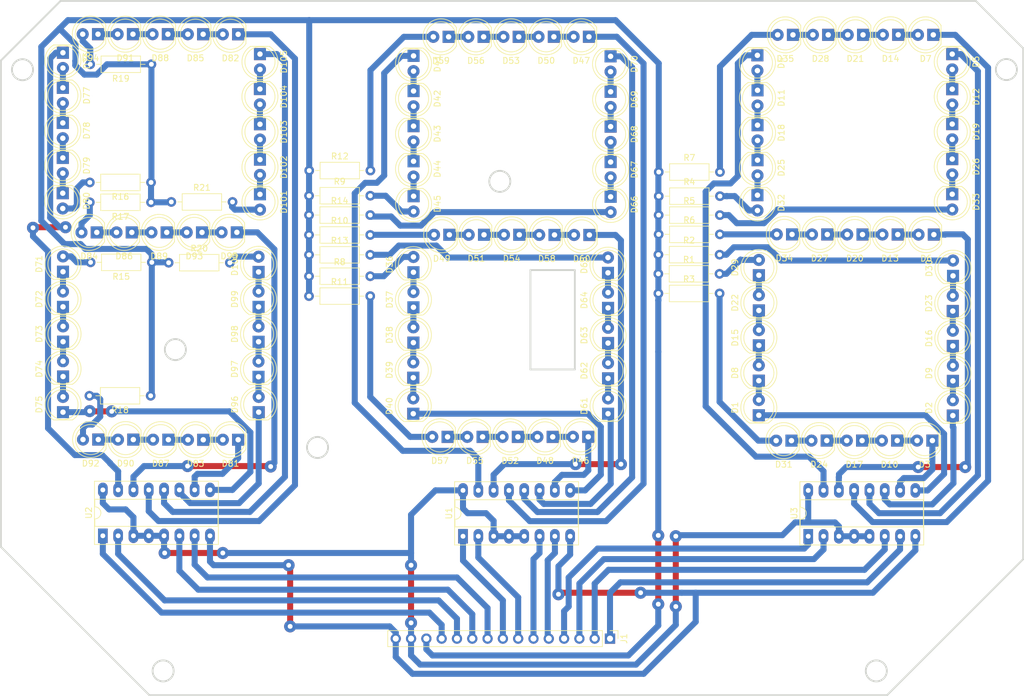
<source format=kicad_pcb>
(kicad_pcb (version 20171130) (host pcbnew "(5.1.6)-1")
  (layers (0 F.Cu signal) (31 B.Cu signal) (34 B.Paste user) (35 F.Paste user) (36 B.SilkS user) (37 F.SilkS user) (38 B.Mask user) (39 F.Mask user) (44 Edge.Cuts user))
  (net 0 "")
  (net 1 "Net-(D1-Pad2)")
  (net 2 /e_1)
  (net 3 "Net-(D2-Pad2)")
  (net 4 /c_1)
  (net 5 /d_1)
  (net 6 "Net-(D10-Pad1)")
  (net 7 /f_1)
  (net 8 "Net-(D11-Pad1)")
  (net 9 "Net-(D12-Pad1)")
  (net 10 /b_1)
  (net 11 "Net-(D13-Pad1)")
  (net 12 /g_1)
  (net 13 "Net-(D14-Pad1)")
  (net 14 /a_1)
  (net 15 "Net-(D15-Pad1)")
  (net 16 "Net-(D16-Pad1)")
  (net 17 "Net-(D10-Pad2)")
  (net 18 "Net-(D11-Pad2)")
  (net 19 "Net-(D12-Pad2)")
  (net 20 "Net-(D13-Pad2)")
  (net 21 "Net-(D14-Pad2)")
  (net 22 "Net-(D15-Pad2)")
  (net 23 "Net-(D16-Pad2)")
  (net 24 "Net-(D17-Pad2)")
  (net 25 "Net-(D18-Pad2)")
  (net 26 "Net-(D19-Pad2)")
  (net 27 "Net-(D20-Pad2)")
  (net 28 "Net-(D21-Pad2)")
  (net 29 "Net-(D22-Pad2)")
  (net 30 "Net-(D23-Pad2)")
  (net 31 "Net-(D24-Pad2)")
  (net 32 "Net-(D25-Pad2)")
  (net 33 "Net-(D26-Pad2)")
  (net 34 "Net-(D27-Pad2)")
  (net 35 "Net-(D28-Pad2)")
  (net 36 "Net-(D29-Pad2)")
  (net 37 "Net-(D30-Pad2)")
  (net 38 "Net-(D31-Pad2)")
  (net 39 "Net-(D32-Pad2)")
  (net 40 "Net-(D33-Pad2)")
  (net 41 "Net-(D34-Pad2)")
  (net 42 "Net-(D35-Pad2)")
  (net 43 VCC)
  (net 44 /B_D1)
  (net 45 /C_D1)
  (net 46 /D_D1)
  (net 47 /A_D1)
  (net 48 GND)
  (net 49 "Net-(D36-Pad2)")
  (net 50 "Net-(D36-Pad1)")
  (net 51 "Net-(D37-Pad1)")
  (net 52 "Net-(D38-Pad1)")
  (net 53 "Net-(D39-Pad1)")
  (net 54 /f_2)
  (net 55 "Net-(D41-Pad2)")
  (net 56 "Net-(D42-Pad2)")
  (net 57 "Net-(D43-Pad2)")
  (net 58 "Net-(D44-Pad2)")
  (net 59 "Net-(D45-Pad2)")
  (net 60 "Net-(D46-Pad2)")
  (net 61 /d_2)
  (net 62 "Net-(D47-Pad2)")
  (net 63 /a_2)
  (net 64 "Net-(D48-Pad2)")
  (net 65 "Net-(D49-Pad1)")
  (net 66 "Net-(D49-Pad2)")
  (net 67 "Net-(D50-Pad2)")
  (net 68 "Net-(D51-Pad1)")
  (net 69 "Net-(D52-Pad2)")
  (net 70 "Net-(D53-Pad2)")
  (net 71 "Net-(D54-Pad1)")
  (net 72 "Net-(D55-Pad2)")
  (net 73 "Net-(D56-Pad2)")
  (net 74 "Net-(D57-Pad2)")
  (net 75 "Net-(D58-Pad1)")
  (net 76 "Net-(D59-Pad2)")
  (net 77 /g_2)
  (net 78 /c_2)
  (net 79 "Net-(D61-Pad2)")
  (net 80 "Net-(D62-Pad2)")
  (net 81 "Net-(D63-Pad2)")
  (net 82 "Net-(D64-Pad2)")
  (net 83 "Net-(D65-Pad2)")
  (net 84 "Net-(D66-Pad2)")
  (net 85 "Net-(D66-Pad1)")
  (net 86 "Net-(D67-Pad1)")
  (net 87 "Net-(D68-Pad1)")
  (net 88 "Net-(D69-Pad1)")
  (net 89 /b_2)
  (net 90 /B_D2)
  (net 91 /e_2)
  (net 92 /C_D2)
  (net 93 /D_D2)
  (net 94 /A_D2)
  (net 95 "Net-(D71-Pad2)")
  (net 96 "Net-(D71-Pad1)")
  (net 97 "Net-(D72-Pad1)")
  (net 98 "Net-(D73-Pad1)")
  (net 99 "Net-(D74-Pad1)")
  (net 100 /e_3)
  (net 101 "Net-(D76-Pad2)")
  (net 102 /f_3)
  (net 103 "Net-(D77-Pad2)")
  (net 104 "Net-(D78-Pad2)")
  (net 105 "Net-(D79-Pad2)")
  (net 106 "Net-(D80-Pad2)")
  (net 107 "Net-(D81-Pad2)")
  (net 108 /d_3)
  (net 109 "Net-(D82-Pad2)")
  (net 110 /a_3)
  (net 111 "Net-(D83-Pad2)")
  (net 112 "Net-(D84-Pad1)")
  (net 113 "Net-(D84-Pad2)")
  (net 114 "Net-(D85-Pad2)")
  (net 115 "Net-(D86-Pad1)")
  (net 116 "Net-(D87-Pad2)")
  (net 117 "Net-(D88-Pad2)")
  (net 118 "Net-(D89-Pad1)")
  (net 119 "Net-(D90-Pad2)")
  (net 120 "Net-(D91-Pad2)")
  (net 121 "Net-(D92-Pad2)")
  (net 122 "Net-(D93-Pad1)")
  (net 123 "Net-(D94-Pad2)")
  (net 124 /g_3)
  (net 125 /c_3)
  (net 126 "Net-(D96-Pad2)")
  (net 127 "Net-(D97-Pad2)")
  (net 128 "Net-(D98-Pad2)")
  (net 129 "Net-(D100-Pad1)")
  (net 130 "Net-(D100-Pad2)")
  (net 131 "Net-(D101-Pad2)")
  (net 132 "Net-(D101-Pad1)")
  (net 133 "Net-(D102-Pad1)")
  (net 134 "Net-(D103-Pad1)")
  (net 135 "Net-(D104-Pad1)")
  (net 136 /b_3)
  (net 137 /A_D3)
  (net 138 /B_D3)
  (net 139 /C_D3)
  (net 140 /D_D3)
  (net 141 VDD)
  (module Resistor_THT:R_Axial_DIN0207_L6.3mm_D2.5mm_P10.16mm_Horizontal (layer F.Cu) (at 85.8774 75.1078 180)
    (fp_text reference R17 (at 5.08 -2.37 180) (layer F.SilkS))
    (fp_text value R)
    (pad 1 thru_hole circle (at 0 0 180) (size 1.6 1.6) (drill 0.8) (layers *.Cu *.Mask) (net 141 VDD))
    (pad 2 thru_hole oval (at 10.16 0 180) (size 1.6 1.6) (drill 0.8) (layers *.Cu *.Mask) (net 113 "Net-(D84-Pad2)"))
  )
  (module Resistor_THT:R_Axial_DIN0207_L6.3mm_D2.5mm_P10.16mm_Horizontal (layer F.Cu) (at 85.8139 107.2388 180)
    (fp_text reference R18 (at 5.08 -2.37 180) (layer F.SilkS))
    (fp_text value R)
    (pad 2 thru_hole oval (at 10.16 0 180) (size 1.6 1.6) (drill 0.8) (layers *.Cu *.Mask) (net 121 "Net-(D92-Pad2)"))
    (pad 1 thru_hole circle (at 0 0 180) (size 1.6 1.6) (drill 0.8) (layers *.Cu *.Mask) (net 141 VDD))
  )
  (module Resistor_THT:R_Axial_DIN0207_L6.3mm_D2.5mm_P10.16mm_Horizontal (layer F.Cu) (at 85.8774 71.8058 180)
    (fp_text reference R16 (at 5.08 -2.37 180) (layer F.SilkS))
    (fp_text value R)
    (pad 1 thru_hole circle (at 0 0 180) (size 1.6 1.6) (drill 0.8) (layers *.Cu *.Mask) (net 141 VDD))
    (pad 2 thru_hole oval (at 10.16 0 180) (size 1.6 1.6) (drill 0.8) (layers *.Cu *.Mask) (net 106 "Net-(D80-Pad2)"))
  )
  (module Resistor_THT:R_Axial_DIN0207_L6.3mm_D2.5mm_P10.16mm_Horizontal (layer F.Cu) (at 88.7984 85.1408)
    (fp_text reference R20 (at 5.08 -2.37 180) (layer F.SilkS))
    (fp_text value R)
    (pad 2 thru_hole oval (at 10.16 0) (size 1.6 1.6) (drill 0.8) (layers *.Cu *.Mask) (net 130 "Net-(D100-Pad2)"))
    (pad 1 thru_hole circle (at 0 0) (size 1.6 1.6) (drill 0.8) (layers *.Cu *.Mask) (net 141 VDD))
  )
  (module Resistor_THT:R_Axial_DIN0207_L6.3mm_D2.5mm_P10.16mm_Horizontal (layer F.Cu) (at 89.2429 75.0443)
    (fp_text reference R21 (at 5.08 -2.37 180) (layer F.SilkS))
    (fp_text value R)
    (pad 1 thru_hole circle (at 0 0) (size 1.6 1.6) (drill 0.8) (layers *.Cu *.Mask) (net 141 VDD))
    (pad 2 thru_hole oval (at 10.16 0) (size 1.6 1.6) (drill 0.8) (layers *.Cu *.Mask) (net 131 "Net-(D101-Pad2)"))
  )
  (module Resistor_THT:R_Axial_DIN0207_L6.3mm_D2.5mm_P10.16mm_Horizontal (layer F.Cu) (at 86.0044 85.0773 180)
    (fp_text reference R15 (at 5.08 -2.37 180) (layer F.SilkS))
    (fp_text value R)
    (pad 1 thru_hole circle (at 0 0 180) (size 1.6 1.6) (drill 0.8) (layers *.Cu *.Mask) (net 141 VDD))
    (pad 2 thru_hole oval (at 10.16 0 180) (size 1.6 1.6) (drill 0.8) (layers *.Cu *.Mask) (net 95 "Net-(D71-Pad2)"))
  )
  (module Resistor_THT:R_Axial_DIN0207_L6.3mm_D2.5mm_P10.16mm_Horizontal (layer F.Cu) (at 85.9409 52.1843 180)
    (fp_text reference R19 (at 5.08 -2.37 180) (layer F.SilkS))
    (fp_text value R)
    (pad 2 thru_hole oval (at 10.16 0 180) (size 1.6 1.6) (drill 0.8) (layers *.Cu *.Mask) (net 123 "Net-(D94-Pad2)"))
    (pad 1 thru_hole circle (at 0 0 180) (size 1.6 1.6) (drill 0.8) (layers *.Cu *.Mask) (net 141 VDD))
  )
  (module LED_THT:LED_D5.0mm (layer F.Cu) (at 186.7504 110.4748 90)
    (fp_text reference D1 (at 1.27 -3.96 270) (layer F.SilkS))
    (fp_text value LED)
    (pad 2 thru_hole circle (at 2.54 0 90) (size 2 2) (drill 0.9) (layers *.Cu *.Mask) (net 1 "Net-(D1-Pad2)"))
    (pad 1 thru_hole rect (at 0 0 90) (size 2 2) (drill 0.9) (layers *.Cu *.Mask) (net 2 /e_1))
  )
  (module LED_THT:LED_D5.0mm (layer F.Cu) (at 218.9504 110.5248 90)
    (fp_text reference D2 (at 1.27 -3.96 270) (layer F.SilkS))
    (fp_text value LED)
    (pad 2 thru_hole circle (at 2.54 0 90) (size 2 2) (drill 0.9) (layers *.Cu *.Mask) (net 3 "Net-(D2-Pad2)"))
    (pad 1 thru_hole rect (at 0 0 90) (size 2 2) (drill 0.9) (layers *.Cu *.Mask) (net 4 /c_1))
  )
  (module LED_THT:LED_D5.0mm (layer F.Cu) (at 215.5564 114.6808 180)
    (fp_text reference D3 (at 1.27 -3.96 180) (layer F.SilkS))
    (fp_text value LED)
    (pad 1 thru_hole rect (at 0 0 180) (size 2 2) (drill 0.9) (layers *.Cu *.Mask) (net 5 /d_1))
    (pad 2 thru_hole circle (at 2.54 0 180) (size 2 2) (drill 0.9) (layers *.Cu *.Mask) (net 6 "Net-(D10-Pad1)"))
  )
  (module LED_THT:LED_D5.0mm (layer F.Cu) (at 186.5144 50.6928 270)
    (fp_text reference D4 (at 1.27 -3.96 270) (layer F.SilkS))
    (fp_text value LED)
    (pad 1 thru_hole rect (at 0 0 270) (size 2 2) (drill 0.9) (layers *.Cu *.Mask) (net 7 /f_1))
    (pad 2 thru_hole circle (at 2.54 0 270) (size 2 2) (drill 0.9) (layers *.Cu *.Mask) (net 8 "Net-(D11-Pad1)"))
  )
  (module LED_THT:LED_D5.0mm (layer F.Cu) (at 218.8504 50.4948 270)
    (fp_text reference D5 (at 1.27 -3.96 270) (layer F.SilkS))
    (fp_text value LED)
    (pad 2 thru_hole circle (at 2.54 0 270) (size 2 2) (drill 0.9) (layers *.Cu *.Mask) (net 9 "Net-(D12-Pad1)"))
    (pad 1 thru_hole rect (at 0 0 270) (size 2 2) (drill 0.9) (layers *.Cu *.Mask) (net 10 /b_1))
  )
  (module LED_THT:LED_D5.0mm (layer F.Cu) (at 215.8004 80.4688 180)
    (fp_text reference D6 (at 1.27 -3.96 180) (layer F.SilkS))
    (fp_text value LED)
    (pad 2 thru_hole circle (at 2.54 0 180) (size 2 2) (drill 0.9) (layers *.Cu *.Mask) (net 11 "Net-(D13-Pad1)"))
    (pad 1 thru_hole rect (at 0 0 180) (size 2 2) (drill 0.9) (layers *.Cu *.Mask) (net 12 /g_1))
  )
  (module LED_THT:LED_D5.0mm (layer F.Cu) (at 215.7044 47.2928 180)
    (fp_text reference D7 (at 1.27 -3.96 180) (layer F.SilkS))
    (fp_text value LED)
    (pad 2 thru_hole circle (at 2.54 0 180) (size 2 2) (drill 0.9) (layers *.Cu *.Mask) (net 13 "Net-(D14-Pad1)"))
    (pad 1 thru_hole rect (at 0 0 180) (size 2 2) (drill 0.9) (layers *.Cu *.Mask) (net 14 /a_1))
  )
  (module LED_THT:LED_D5.0mm (layer F.Cu) (at 186.7504 104.7268 90)
    (fp_text reference D8 (at 1.27 -3.96 270) (layer F.SilkS))
    (fp_text value LED)
    (pad 1 thru_hole rect (at 0 0 90) (size 2 2) (drill 0.9) (layers *.Cu *.Mask) (net 1 "Net-(D1-Pad2)"))
    (pad 2 thru_hole circle (at 2.54 0 90) (size 2 2) (drill 0.9) (layers *.Cu *.Mask) (net 15 "Net-(D15-Pad1)"))
  )
  (module LED_THT:LED_D5.0mm (layer F.Cu) (at 218.9604 104.7668 90)
    (fp_text reference D9 (at 1.27 -3.96 270) (layer F.SilkS))
    (fp_text value LED)
    (pad 1 thru_hole rect (at 0 0 90) (size 2 2) (drill 0.9) (layers *.Cu *.Mask) (net 3 "Net-(D2-Pad2)"))
    (pad 2 thru_hole circle (at 2.54 0 90) (size 2 2) (drill 0.9) (layers *.Cu *.Mask) (net 16 "Net-(D16-Pad1)"))
  )
  (module LED_THT:LED_D5.0mm (layer F.Cu) (at 209.7164 114.6808 180)
    (fp_text reference D10 (at 1.27 -3.96 180) (layer F.SilkS))
    (fp_text value LED)
    (pad 1 thru_hole rect (at 0 0 180) (size 2 2) (drill 0.9) (layers *.Cu *.Mask) (net 6 "Net-(D10-Pad1)"))
    (pad 2 thru_hole circle (at 2.54 0 180) (size 2 2) (drill 0.9) (layers *.Cu *.Mask) (net 17 "Net-(D10-Pad2)"))
  )
  (module LED_THT:LED_D5.0mm (layer F.Cu) (at 186.5344 56.5028 270)
    (fp_text reference D11 (at 1.27 -3.96 270) (layer F.SilkS))
    (fp_text value LED)
    (pad 1 thru_hole rect (at 0 0 270) (size 2 2) (drill 0.9) (layers *.Cu *.Mask) (net 8 "Net-(D11-Pad1)"))
    (pad 2 thru_hole circle (at 2.54 0 270) (size 2 2) (drill 0.9) (layers *.Cu *.Mask) (net 18 "Net-(D11-Pad2)"))
  )
  (module LED_THT:LED_D5.0mm (layer F.Cu) (at 218.8504 56.3148 270)
    (fp_text reference D12 (at 1.27 -3.96 270) (layer F.SilkS))
    (fp_text value LED)
    (pad 2 thru_hole circle (at 2.54 0 270) (size 2 2) (drill 0.9) (layers *.Cu *.Mask) (net 19 "Net-(D12-Pad2)"))
    (pad 1 thru_hole rect (at 0 0 270) (size 2 2) (drill 0.9) (layers *.Cu *.Mask) (net 9 "Net-(D12-Pad1)"))
  )
  (module LED_THT:LED_D5.0mm (layer F.Cu) (at 209.8064 80.4568 180)
    (fp_text reference D13 (at 1.27 -3.96 180) (layer F.SilkS))
    (fp_text value LED)
    (pad 1 thru_hole rect (at 0 0 180) (size 2 2) (drill 0.9) (layers *.Cu *.Mask) (net 11 "Net-(D13-Pad1)"))
    (pad 2 thru_hole circle (at 2.54 0 180) (size 2 2) (drill 0.9) (layers *.Cu *.Mask) (net 20 "Net-(D13-Pad2)"))
  )
  (module LED_THT:LED_D5.0mm (layer F.Cu) (at 209.8844 47.2828 180)
    (fp_text reference D14 (at 1.27 -3.96 180) (layer F.SilkS))
    (fp_text value LED)
    (pad 2 thru_hole circle (at 2.54 0 180) (size 2 2) (drill 0.9) (layers *.Cu *.Mask) (net 21 "Net-(D14-Pad2)"))
    (pad 1 thru_hole rect (at 0 0 180) (size 2 2) (drill 0.9) (layers *.Cu *.Mask) (net 13 "Net-(D14-Pad1)"))
  )
  (module LED_THT:LED_D5.0mm (layer F.Cu) (at 186.7604 98.8668 90)
    (fp_text reference D15 (at 1.27 -3.96 270) (layer F.SilkS))
    (fp_text value LED)
    (pad 2 thru_hole circle (at 2.54 0 90) (size 2 2) (drill 0.9) (layers *.Cu *.Mask) (net 22 "Net-(D15-Pad2)"))
    (pad 1 thru_hole rect (at 0 0 90) (size 2 2) (drill 0.9) (layers *.Cu *.Mask) (net 15 "Net-(D15-Pad1)"))
  )
  (module LED_THT:LED_D5.0mm (layer F.Cu) (at 218.9504 98.9668 90)
    (fp_text reference D16 (at 1.27 -3.96 270) (layer F.SilkS))
    (fp_text value LED)
    (pad 2 thru_hole circle (at 2.54 0 90) (size 2 2) (drill 0.9) (layers *.Cu *.Mask) (net 23 "Net-(D16-Pad2)"))
    (pad 1 thru_hole rect (at 0 0 90) (size 2 2) (drill 0.9) (layers *.Cu *.Mask) (net 16 "Net-(D16-Pad1)"))
  )
  (module LED_THT:LED_D5.0mm (layer F.Cu) (at 203.8864 114.6808 180)
    (fp_text reference D17 (at 1.27 -3.96 180) (layer F.SilkS))
    (fp_text value LED)
    (pad 1 thru_hole rect (at 0 0 180) (size 2 2) (drill 0.9) (layers *.Cu *.Mask) (net 17 "Net-(D10-Pad2)"))
    (pad 2 thru_hole circle (at 2.54 0 180) (size 2 2) (drill 0.9) (layers *.Cu *.Mask) (net 24 "Net-(D17-Pad2)"))
  )
  (module LED_THT:LED_D5.0mm (layer F.Cu) (at 186.5344 62.2928 270)
    (fp_text reference D18 (at 1.27 -3.96 270) (layer F.SilkS))
    (fp_text value LED)
    (pad 1 thru_hole rect (at 0 0 270) (size 2 2) (drill 0.9) (layers *.Cu *.Mask) (net 18 "Net-(D11-Pad2)"))
    (pad 2 thru_hole circle (at 2.54 0 270) (size 2 2) (drill 0.9) (layers *.Cu *.Mask) (net 25 "Net-(D18-Pad2)"))
  )
  (module LED_THT:LED_D5.0mm (layer F.Cu) (at 218.8504 62.1148 270)
    (fp_text reference D19 (at 1.27 -3.96 270) (layer F.SilkS))
    (fp_text value LED)
    (pad 1 thru_hole rect (at 0 0 270) (size 2 2) (drill 0.9) (layers *.Cu *.Mask) (net 19 "Net-(D12-Pad2)"))
    (pad 2 thru_hole circle (at 2.54 0 270) (size 2 2) (drill 0.9) (layers *.Cu *.Mask) (net 26 "Net-(D19-Pad2)"))
  )
  (module LED_THT:LED_D5.0mm (layer F.Cu) (at 203.9564 80.4568 180)
    (fp_text reference D20 (at 1.27 -3.96 180) (layer F.SilkS))
    (fp_text value LED)
    (pad 1 thru_hole rect (at 0 0 180) (size 2 2) (drill 0.9) (layers *.Cu *.Mask) (net 20 "Net-(D13-Pad2)"))
    (pad 2 thru_hole circle (at 2.54 0 180) (size 2 2) (drill 0.9) (layers *.Cu *.Mask) (net 27 "Net-(D20-Pad2)"))
  )
  (module LED_THT:LED_D5.0mm (layer F.Cu) (at 204.0444 47.2928 180)
    (fp_text reference D21 (at 1.27 -3.96 180) (layer F.SilkS))
    (fp_text value LED)
    (pad 2 thru_hole circle (at 2.54 0 180) (size 2 2) (drill 0.9) (layers *.Cu *.Mask) (net 28 "Net-(D21-Pad2)"))
    (pad 1 thru_hole rect (at 0 0 180) (size 2 2) (drill 0.9) (layers *.Cu *.Mask) (net 21 "Net-(D14-Pad2)"))
  )
  (module LED_THT:LED_D5.0mm (layer F.Cu) (at 186.7604 93.0668 90)
    (fp_text reference D22 (at 1.27 -3.96 270) (layer F.SilkS))
    (fp_text value LED)
    (pad 1 thru_hole rect (at 0 0 90) (size 2 2) (drill 0.9) (layers *.Cu *.Mask) (net 22 "Net-(D15-Pad2)"))
    (pad 2 thru_hole circle (at 2.54 0 90) (size 2 2) (drill 0.9) (layers *.Cu *.Mask) (net 29 "Net-(D22-Pad2)"))
  )
  (module LED_THT:LED_D5.0mm (layer F.Cu) (at 218.9404 93.1668 90)
    (fp_text reference D23 (at 1.27 -3.96 270) (layer F.SilkS))
    (fp_text value LED)
    (pad 1 thru_hole rect (at 0 0 90) (size 2 2) (drill 0.9) (layers *.Cu *.Mask) (net 23 "Net-(D16-Pad2)"))
    (pad 2 thru_hole circle (at 2.54 0 90) (size 2 2) (drill 0.9) (layers *.Cu *.Mask) (net 30 "Net-(D23-Pad2)"))
  )
  (module LED_THT:LED_D5.0mm (layer F.Cu) (at 198.0264 114.6808 180)
    (fp_text reference D24 (at 1.27 -3.96 180) (layer F.SilkS))
    (fp_text value LED)
    (pad 2 thru_hole circle (at 2.54 0 180) (size 2 2) (drill 0.9) (layers *.Cu *.Mask) (net 31 "Net-(D24-Pad2)"))
    (pad 1 thru_hole rect (at 0 0 180) (size 2 2) (drill 0.9) (layers *.Cu *.Mask) (net 24 "Net-(D17-Pad2)"))
  )
  (module LED_THT:LED_D5.0mm (layer F.Cu) (at 186.5344 68.1028 270)
    (fp_text reference D25 (at 1.27 -3.96 270) (layer F.SilkS))
    (fp_text value LED)
    (pad 2 thru_hole circle (at 2.54 0 270) (size 2 2) (drill 0.9) (layers *.Cu *.Mask) (net 32 "Net-(D25-Pad2)"))
    (pad 1 thru_hole rect (at 0 0 270) (size 2 2) (drill 0.9) (layers *.Cu *.Mask) (net 25 "Net-(D18-Pad2)"))
  )
  (module LED_THT:LED_D5.0mm (layer F.Cu) (at 218.8504 67.9248 270)
    (fp_text reference D26 (at 1.27 -3.96 270) (layer F.SilkS))
    (fp_text value LED)
    (pad 1 thru_hole rect (at 0 0 270) (size 2 2) (drill 0.9) (layers *.Cu *.Mask) (net 26 "Net-(D19-Pad2)"))
    (pad 2 thru_hole circle (at 2.54 0 270) (size 2 2) (drill 0.9) (layers *.Cu *.Mask) (net 33 "Net-(D26-Pad2)"))
  )
  (module LED_THT:LED_D5.0mm (layer F.Cu) (at 198.1164 80.4468 180)
    (fp_text reference D27 (at 1.27 -3.96 180) (layer F.SilkS))
    (fp_text value LED)
    (pad 2 thru_hole circle (at 2.54 0 180) (size 2 2) (drill 0.9) (layers *.Cu *.Mask) (net 34 "Net-(D27-Pad2)"))
    (pad 1 thru_hole rect (at 0 0 180) (size 2 2) (drill 0.9) (layers *.Cu *.Mask) (net 27 "Net-(D20-Pad2)"))
  )
  (module LED_THT:LED_D5.0mm (layer F.Cu) (at 198.2644 47.2928 180)
    (fp_text reference D28 (at 1.27 -3.96 180) (layer F.SilkS))
    (fp_text value LED)
    (pad 1 thru_hole rect (at 0 0 180) (size 2 2) (drill 0.9) (layers *.Cu *.Mask) (net 28 "Net-(D21-Pad2)"))
    (pad 2 thru_hole circle (at 2.54 0 180) (size 2 2) (drill 0.9) (layers *.Cu *.Mask) (net 35 "Net-(D28-Pad2)"))
  )
  (module LED_THT:LED_D5.0mm (layer F.Cu) (at 186.7604 87.2168 90)
    (fp_text reference D29 (at 1.27 -3.96 270) (layer F.SilkS))
    (fp_text value LED)
    (pad 2 thru_hole circle (at 2.54 0 90) (size 2 2) (drill 0.9) (layers *.Cu *.Mask) (net 36 "Net-(D29-Pad2)"))
    (pad 1 thru_hole rect (at 0 0 90) (size 2 2) (drill 0.9) (layers *.Cu *.Mask) (net 29 "Net-(D22-Pad2)"))
  )
  (module LED_THT:LED_D5.0mm (layer F.Cu) (at 218.9804 87.3168 90)
    (fp_text reference D30 (at 1.27 -3.96 270) (layer F.SilkS))
    (fp_text value LED)
    (pad 1 thru_hole rect (at 0 0 90) (size 2 2) (drill 0.9) (layers *.Cu *.Mask) (net 30 "Net-(D23-Pad2)"))
    (pad 2 thru_hole circle (at 2.54 0 90) (size 2 2) (drill 0.9) (layers *.Cu *.Mask) (net 37 "Net-(D30-Pad2)"))
  )
  (module LED_THT:LED_D5.0mm (layer F.Cu) (at 192.1664 114.6908 180)
    (fp_text reference D31 (at 1.27 -3.96 180) (layer F.SilkS))
    (fp_text value LED)
    (pad 2 thru_hole circle (at 2.54 0 180) (size 2 2) (drill 0.9) (layers *.Cu *.Mask) (net 38 "Net-(D31-Pad2)"))
    (pad 1 thru_hole rect (at 0 0 180) (size 2 2) (drill 0.9) (layers *.Cu *.Mask) (net 31 "Net-(D24-Pad2)"))
  )
  (module LED_THT:LED_D5.0mm (layer F.Cu) (at 186.5244 73.9228 270)
    (fp_text reference D32 (at 1.27 -3.96 270) (layer F.SilkS))
    (fp_text value LED)
    (pad 2 thru_hole circle (at 2.54 0 270) (size 2 2) (drill 0.9) (layers *.Cu *.Mask) (net 39 "Net-(D32-Pad2)"))
    (pad 1 thru_hole rect (at 0 0 270) (size 2 2) (drill 0.9) (layers *.Cu *.Mask) (net 32 "Net-(D25-Pad2)"))
  )
  (module LED_THT:LED_D5.0mm (layer F.Cu) (at 218.8504 73.7648 270)
    (fp_text reference D33 (at 1.27 -3.96 270) (layer F.SilkS))
    (fp_text value LED)
    (pad 1 thru_hole rect (at 0 0 270) (size 2 2) (drill 0.9) (layers *.Cu *.Mask) (net 33 "Net-(D26-Pad2)"))
    (pad 2 thru_hole circle (at 2.54 0 270) (size 2 2) (drill 0.9) (layers *.Cu *.Mask) (net 40 "Net-(D33-Pad2)"))
  )
  (module LED_THT:LED_D5.0mm (layer F.Cu) (at 192.2664 80.4368 180)
    (fp_text reference D34 (at 1.27 -3.96 180) (layer F.SilkS))
    (fp_text value LED)
    (pad 2 thru_hole circle (at 2.54 0 180) (size 2 2) (drill 0.9) (layers *.Cu *.Mask) (net 41 "Net-(D34-Pad2)"))
    (pad 1 thru_hole rect (at 0 0 180) (size 2 2) (drill 0.9) (layers *.Cu *.Mask) (net 34 "Net-(D27-Pad2)"))
  )
  (module LED_THT:LED_D5.0mm (layer F.Cu) (at 192.4144 47.2928 180)
    (fp_text reference D35 (at 1.27 -3.96 180) (layer F.SilkS))
    (fp_text value LED)
    (pad 1 thru_hole rect (at 0 0 180) (size 2 2) (drill 0.9) (layers *.Cu *.Mask) (net 35 "Net-(D28-Pad2)"))
    (pad 2 thru_hole circle (at 2.54 0 180) (size 2 2) (drill 0.9) (layers *.Cu *.Mask) (net 42 "Net-(D35-Pad2)"))
  )
  (module Resistor_THT:R_Axial_DIN0207_L6.3mm_D2.5mm_P10.16mm_Horizontal (layer F.Cu) (at 170.0704 86.9848)
    (fp_text reference R1 (at 5.08 -2.37 180) (layer F.SilkS))
    (fp_text value R)
    (pad 1 thru_hole circle (at 0 0) (size 1.6 1.6) (drill 0.8) (layers *.Cu *.Mask) (net 141 VDD))
    (pad 2 thru_hole oval (at 10.16 0) (size 1.6 1.6) (drill 0.8) (layers *.Cu *.Mask) (net 36 "Net-(D29-Pad2)"))
  )
  (module Resistor_THT:R_Axial_DIN0207_L6.3mm_D2.5mm_P10.16mm_Horizontal (layer F.Cu) (at 170.0844 83.8028)
    (fp_text reference R2 (at 5.08 -2.37 180) (layer F.SilkS))
    (fp_text value R)
    (pad 2 thru_hole oval (at 10.16 0) (size 1.6 1.6) (drill 0.8) (layers *.Cu *.Mask) (net 37 "Net-(D30-Pad2)"))
    (pad 1 thru_hole circle (at 0 0) (size 1.6 1.6) (drill 0.8) (layers *.Cu *.Mask) (net 141 VDD))
  )
  (module Resistor_THT:R_Axial_DIN0207_L6.3mm_D2.5mm_P10.16mm_Horizontal (layer F.Cu) (at 170.0804 90.2448)
    (fp_text reference R3 (at 5.08 -2.37 180) (layer F.SilkS))
    (fp_text value R)
    (pad 2 thru_hole oval (at 10.16 0) (size 1.6 1.6) (drill 0.8) (layers *.Cu *.Mask) (net 38 "Net-(D31-Pad2)"))
    (pad 1 thru_hole circle (at 0 0) (size 1.6 1.6) (drill 0.8) (layers *.Cu *.Mask) (net 141 VDD))
  )
  (module Resistor_THT:R_Axial_DIN0207_L6.3mm_D2.5mm_P10.16mm_Horizontal (layer F.Cu) (at 170.1404 74.0848)
    (fp_text reference R4 (at 5.08 -2.37 180) (layer F.SilkS))
    (fp_text value R)
    (pad 1 thru_hole circle (at 0 0) (size 1.6 1.6) (drill 0.8) (layers *.Cu *.Mask) (net 141 VDD))
    (pad 2 thru_hole oval (at 10.16 0) (size 1.6 1.6) (drill 0.8) (layers *.Cu *.Mask) (net 39 "Net-(D32-Pad2)"))
  )
  (module Resistor_THT:R_Axial_DIN0207_L6.3mm_D2.5mm_P10.16mm_Horizontal (layer F.Cu) (at 170.1244 77.2328)
    (fp_text reference R5 (at 5.08 -2.37 180) (layer F.SilkS))
    (fp_text value R)
    (pad 2 thru_hole oval (at 10.16 0) (size 1.6 1.6) (drill 0.8) (layers *.Cu *.Mask) (net 40 "Net-(D33-Pad2)"))
    (pad 1 thru_hole circle (at 0 0) (size 1.6 1.6) (drill 0.8) (layers *.Cu *.Mask) (net 141 VDD))
  )
  (module Resistor_THT:R_Axial_DIN0207_L6.3mm_D2.5mm_P10.16mm_Horizontal (layer F.Cu) (at 170.1244 80.4328)
    (fp_text reference R6 (at 5.08 -2.37 180) (layer F.SilkS))
    (fp_text value R)
    (pad 1 thru_hole circle (at 0 0) (size 1.6 1.6) (drill 0.8) (layers *.Cu *.Mask) (net 141 VDD))
    (pad 2 thru_hole oval (at 10.16 0) (size 1.6 1.6) (drill 0.8) (layers *.Cu *.Mask) (net 41 "Net-(D34-Pad2)"))
  )
  (module Resistor_THT:R_Axial_DIN0207_L6.3mm_D2.5mm_P10.16mm_Horizontal (layer F.Cu) (at 170.1404 70.0748)
    (fp_text reference R7 (at 5.08 -2.37 180) (layer F.SilkS))
    (fp_text value R)
    (pad 1 thru_hole circle (at 0 0) (size 1.6 1.6) (drill 0.8) (layers *.Cu *.Mask) (net 141 VDD))
    (pad 2 thru_hole oval (at 10.16 0) (size 1.6 1.6) (drill 0.8) (layers *.Cu *.Mask) (net 42 "Net-(D35-Pad2)"))
  )
  (module Package_DIP:DIP-16_W7.62mm_Socket_LongPads (layer F.Cu) (at 194.9504 130.5748 90)
    (fp_text reference U3 (at 3.81 -2.33 270) (layer F.SilkS))
    (fp_text value 74LS47)
    (pad 1 thru_hole rect (at 0 0 90) (size 2.4 1.6) (drill 0.8) (layers *.Cu *.Mask) (net 44 /B_D1))
    (pad 9 thru_hole oval (at 7.62 17.78 90) (size 2.4 1.6) (drill 0.8) (layers *.Cu *.Mask) (net 2 /e_1))
    (pad 2 thru_hole oval (at 0 2.54 90) (size 2.4 1.6) (drill 0.8) (layers *.Cu *.Mask) (net 45 /C_D1))
    (pad 10 thru_hole oval (at 7.62 15.24 90) (size 2.4 1.6) (drill 0.8) (layers *.Cu *.Mask) (net 5 /d_1))
    (pad 3 thru_hole oval (at 0 5.08 90) (size 2.4 1.6) (drill 0.8) (layers *.Cu *.Mask) (net 43 VCC))
    (pad 11 thru_hole oval (at 7.62 12.7 90) (size 2.4 1.6) (drill 0.8) (layers *.Cu *.Mask) (net 4 /c_1))
    (pad 4 thru_hole oval (at 0 7.62 90) (size 2.4 1.6) (drill 0.8) (layers *.Cu *.Mask) (net 43 VCC))
    (pad 12 thru_hole oval (at 7.62 10.16 90) (size 2.4 1.6) (drill 0.8) (layers *.Cu *.Mask) (net 10 /b_1))
    (pad 5 thru_hole oval (at 0 10.16 90) (size 2.4 1.6) (drill 0.8) (layers *.Cu *.Mask) (net 43 VCC))
    (pad 13 thru_hole oval (at 7.62 7.62 90) (size 2.4 1.6) (drill 0.8) (layers *.Cu *.Mask) (net 14 /a_1))
    (pad 6 thru_hole oval (at 0 12.7 90) (size 2.4 1.6) (drill 0.8) (layers *.Cu *.Mask) (net 46 /D_D1))
    (pad 14 thru_hole oval (at 7.62 5.08 90) (size 2.4 1.6) (drill 0.8) (layers *.Cu *.Mask) (net 12 /g_1))
    (pad 7 thru_hole oval (at 0 15.24 90) (size 2.4 1.6) (drill 0.8) (layers *.Cu *.Mask) (net 47 /A_D1))
    (pad 15 thru_hole oval (at 7.62 2.54 90) (size 2.4 1.6) (drill 0.8) (layers *.Cu *.Mask) (net 7 /f_1))
    (pad 8 thru_hole oval (at 0 17.78 90) (size 2.4 1.6) (drill 0.8) (layers *.Cu *.Mask) (net 48 GND))
    (pad 16 thru_hole oval (at 7.62 0 90) (size 2.4 1.6) (drill 0.8) (layers *.Cu *.Mask) (net 43 VCC))
  )
  (module LED_THT:LED_D5.0mm (layer F.Cu) (at 129.4284 86.7248 90)
    (fp_text reference D36 (at 1.27 -3.96 270) (layer F.SilkS))
    (fp_text value LED)
    (pad 2 thru_hole circle (at 2.54 0 90) (size 2 2) (drill 0.9) (layers *.Cu *.Mask) (net 49 "Net-(D36-Pad2)"))
    (pad 1 thru_hole rect (at 0 0 90) (size 2 2) (drill 0.9) (layers *.Cu *.Mask) (net 50 "Net-(D36-Pad1)"))
  )
  (module LED_THT:LED_D5.0mm (layer F.Cu) (at 129.4284 92.5448 90)
    (fp_text reference D37 (at 1.27 -3.96 270) (layer F.SilkS))
    (fp_text value LED)
    (pad 1 thru_hole rect (at 0 0 90) (size 2 2) (drill 0.9) (layers *.Cu *.Mask) (net 51 "Net-(D37-Pad1)"))
    (pad 2 thru_hole circle (at 2.54 0 90) (size 2 2) (drill 0.9) (layers *.Cu *.Mask) (net 50 "Net-(D36-Pad1)"))
  )
  (module LED_THT:LED_D5.0mm (layer F.Cu) (at 129.4184 98.4148 90)
    (fp_text reference D38 (at 1.27 -3.96 270) (layer F.SilkS))
    (fp_text value LED)
    (pad 1 thru_hole rect (at 0 0 90) (size 2 2) (drill 0.9) (layers *.Cu *.Mask) (net 52 "Net-(D38-Pad1)"))
    (pad 2 thru_hole circle (at 2.54 0 90) (size 2 2) (drill 0.9) (layers *.Cu *.Mask) (net 51 "Net-(D37-Pad1)"))
  )
  (module LED_THT:LED_D5.0mm (layer F.Cu) (at 129.3984 104.2348 90)
    (fp_text reference D39 (at 1.27 -3.96 270) (layer F.SilkS))
    (fp_text value LED)
    (pad 2 thru_hole circle (at 2.54 0 90) (size 2 2) (drill 0.9) (layers *.Cu *.Mask) (net 52 "Net-(D38-Pad1)"))
    (pad 1 thru_hole rect (at 0 0 90) (size 2 2) (drill 0.9) (layers *.Cu *.Mask) (net 53 "Net-(D39-Pad1)"))
  )
  (module LED_THT:LED_D5.0mm (layer F.Cu) (at 129.3984 110.2168 90)
    (fp_text reference D40 (at 1.27 -3.96 270) (layer F.SilkS))
    (fp_text value LED)
    (pad 1 thru_hole rect (at 0 0 90) (size 2 2) (drill 0.9) (layers *.Cu *.Mask) (net 91 /e_2))
    (pad 2 thru_hole circle (at 2.54 0 90) (size 2 2) (drill 0.9) (layers *.Cu *.Mask) (net 53 "Net-(D39-Pad1)"))
  )
  (module LED_THT:LED_D5.0mm (layer F.Cu) (at 129.4444 50.7848 270)
    (fp_text reference D41 (at 1.27 -3.96 270) (layer F.SilkS))
    (fp_text value LED)
    (pad 1 thru_hole rect (at 0 0 270) (size 2 2) (drill 0.9) (layers *.Cu *.Mask) (net 54 /f_2))
    (pad 2 thru_hole circle (at 2.54 0 270) (size 2 2) (drill 0.9) (layers *.Cu *.Mask) (net 55 "Net-(D41-Pad2)"))
  )
  (module LED_THT:LED_D5.0mm (layer F.Cu) (at 129.4444 56.6248 270)
    (fp_text reference D42 (at 1.27 -3.96 270) (layer F.SilkS))
    (fp_text value LED)
    (pad 2 thru_hole circle (at 2.54 0 270) (size 2 2) (drill 0.9) (layers *.Cu *.Mask) (net 56 "Net-(D42-Pad2)"))
    (pad 1 thru_hole rect (at 0 0 270) (size 2 2) (drill 0.9) (layers *.Cu *.Mask) (net 55 "Net-(D41-Pad2)"))
  )
  (module LED_THT:LED_D5.0mm (layer F.Cu) (at 129.4444 62.4548 270)
    (fp_text reference D43 (at 1.27 -3.96 270) (layer F.SilkS))
    (fp_text value LED)
    (pad 2 thru_hole circle (at 2.54 0 270) (size 2 2) (drill 0.9) (layers *.Cu *.Mask) (net 57 "Net-(D43-Pad2)"))
    (pad 1 thru_hole rect (at 0 0 270) (size 2 2) (drill 0.9) (layers *.Cu *.Mask) (net 56 "Net-(D42-Pad2)"))
  )
  (module LED_THT:LED_D5.0mm (layer F.Cu) (at 129.4444 68.2948 270)
    (fp_text reference D44 (at 1.27 -3.96 270) (layer F.SilkS))
    (fp_text value LED)
    (pad 1 thru_hole rect (at 0 0 270) (size 2 2) (drill 0.9) (layers *.Cu *.Mask) (net 57 "Net-(D43-Pad2)"))
    (pad 2 thru_hole circle (at 2.54 0 270) (size 2 2) (drill 0.9) (layers *.Cu *.Mask) (net 58 "Net-(D44-Pad2)"))
  )
  (module LED_THT:LED_D5.0mm (layer F.Cu) (at 129.4544 74.0948 270)
    (fp_text reference D45 (at 1.27 -3.96 270) (layer F.SilkS))
    (fp_text value LED)
    (pad 1 thru_hole rect (at 0 0 270) (size 2 2) (drill 0.9) (layers *.Cu *.Mask) (net 58 "Net-(D44-Pad2)"))
    (pad 2 thru_hole circle (at 2.54 0 270) (size 2 2) (drill 0.9) (layers *.Cu *.Mask) (net 59 "Net-(D45-Pad2)"))
  )
  (module LED_THT:LED_D5.0mm (layer F.Cu) (at 158.4424 114.0548 180)
    (fp_text reference D46 (at 1.27 -3.96 180) (layer F.SilkS))
    (fp_text value LED)
    (pad 2 thru_hole circle (at 2.54 0 180) (size 2 2) (drill 0.9) (layers *.Cu *.Mask) (net 60 "Net-(D46-Pad2)"))
    (pad 1 thru_hole rect (at 0 0 180) (size 2 2) (drill 0.9) (layers *.Cu *.Mask) (net 61 /d_2))
  )
  (module LED_THT:LED_D5.0mm (layer F.Cu) (at 158.5544 47.6128 180)
    (fp_text reference D47 (at 1.27 -3.96 180) (layer F.SilkS))
    (fp_text value LED)
    (pad 2 thru_hole circle (at 2.54 0 180) (size 2 2) (drill 0.9) (layers *.Cu *.Mask) (net 62 "Net-(D47-Pad2)"))
    (pad 1 thru_hole rect (at 0 0 180) (size 2 2) (drill 0.9) (layers *.Cu *.Mask) (net 63 /a_2))
  )
  (module LED_THT:LED_D5.0mm (layer F.Cu) (at 152.5424 114.0648 180)
    (fp_text reference D48 (at 1.27 -3.96 180) (layer F.SilkS))
    (fp_text value LED)
    (pad 2 thru_hole circle (at 2.54 0 180) (size 2 2) (drill 0.9) (layers *.Cu *.Mask) (net 64 "Net-(D48-Pad2)"))
    (pad 1 thru_hole rect (at 0 0 180) (size 2 2) (drill 0.9) (layers *.Cu *.Mask) (net 60 "Net-(D46-Pad2)"))
  )
  (module LED_THT:LED_D5.0mm (layer F.Cu) (at 135.3884 80.4988 180)
    (fp_text reference D49 (at 1.27 -3.96 180) (layer F.SilkS))
    (fp_text value LED)
    (pad 1 thru_hole rect (at 0 0 180) (size 2 2) (drill 0.9) (layers *.Cu *.Mask) (net 65 "Net-(D49-Pad1)"))
    (pad 2 thru_hole circle (at 2.54 0 180) (size 2 2) (drill 0.9) (layers *.Cu *.Mask) (net 66 "Net-(D49-Pad2)"))
  )
  (module LED_THT:LED_D5.0mm (layer F.Cu) (at 152.7344 47.6128 180)
    (fp_text reference D50 (at 1.27 -3.96 180) (layer F.SilkS))
    (fp_text value LED)
    (pad 2 thru_hole circle (at 2.54 0 180) (size 2 2) (drill 0.9) (layers *.Cu *.Mask) (net 67 "Net-(D50-Pad2)"))
    (pad 1 thru_hole rect (at 0 0 180) (size 2 2) (drill 0.9) (layers *.Cu *.Mask) (net 62 "Net-(D47-Pad2)"))
  )
  (module LED_THT:LED_D5.0mm (layer F.Cu) (at 141.1384 80.4988 180)
    (fp_text reference D51 (at 1.27 -3.96 180) (layer F.SilkS))
    (fp_text value LED)
    (pad 1 thru_hole rect (at 0 0 180) (size 2 2) (drill 0.9) (layers *.Cu *.Mask) (net 68 "Net-(D51-Pad1)"))
    (pad 2 thru_hole circle (at 2.54 0 180) (size 2 2) (drill 0.9) (layers *.Cu *.Mask) (net 65 "Net-(D49-Pad1)"))
  )
  (module LED_THT:LED_D5.0mm (layer F.Cu) (at 146.7624 114.0648 180)
    (fp_text reference D52 (at 1.27 -3.96 180) (layer F.SilkS))
    (fp_text value LED)
    (pad 2 thru_hole circle (at 2.54 0 180) (size 2 2) (drill 0.9) (layers *.Cu *.Mask) (net 69 "Net-(D52-Pad2)"))
    (pad 1 thru_hole rect (at 0 0 180) (size 2 2) (drill 0.9) (layers *.Cu *.Mask) (net 64 "Net-(D48-Pad2)"))
  )
  (module LED_THT:LED_D5.0mm (layer F.Cu) (at 146.9044 47.6228 180)
    (fp_text reference D53 (at 1.27 -3.96 180) (layer F.SilkS))
    (fp_text value LED)
    (pad 1 thru_hole rect (at 0 0 180) (size 2 2) (drill 0.9) (layers *.Cu *.Mask) (net 67 "Net-(D50-Pad2)"))
    (pad 2 thru_hole circle (at 2.54 0 180) (size 2 2) (drill 0.9) (layers *.Cu *.Mask) (net 70 "Net-(D53-Pad2)"))
  )
  (module LED_THT:LED_D5.0mm (layer F.Cu) (at 146.9984 80.4988 180)
    (fp_text reference D54 (at 1.27 -3.96 180) (layer F.SilkS))
    (fp_text value LED)
    (pad 2 thru_hole circle (at 2.54 0 180) (size 2 2) (drill 0.9) (layers *.Cu *.Mask) (net 68 "Net-(D51-Pad1)"))
    (pad 1 thru_hole rect (at 0 0 180) (size 2 2) (drill 0.9) (layers *.Cu *.Mask) (net 71 "Net-(D54-Pad1)"))
  )
  (module LED_THT:LED_D5.0mm (layer F.Cu) (at 140.9024 114.0648 180)
    (fp_text reference D55 (at 1.27 -3.96 180) (layer F.SilkS))
    (fp_text value LED)
    (pad 1 thru_hole rect (at 0 0 180) (size 2 2) (drill 0.9) (layers *.Cu *.Mask) (net 69 "Net-(D52-Pad2)"))
    (pad 2 thru_hole circle (at 2.54 0 180) (size 2 2) (drill 0.9) (layers *.Cu *.Mask) (net 72 "Net-(D55-Pad2)"))
  )
  (module LED_THT:LED_D5.0mm (layer F.Cu) (at 141.0744 47.6228 180)
    (fp_text reference D56 (at 1.27 -3.96 180) (layer F.SilkS))
    (fp_text value LED)
    (pad 1 thru_hole rect (at 0 0 180) (size 2 2) (drill 0.9) (layers *.Cu *.Mask) (net 70 "Net-(D53-Pad2)"))
    (pad 2 thru_hole circle (at 2.54 0 180) (size 2 2) (drill 0.9) (layers *.Cu *.Mask) (net 73 "Net-(D56-Pad2)"))
  )
  (module LED_THT:LED_D5.0mm (layer F.Cu) (at 135.0924 114.0648 180)
    (fp_text reference D57 (at 1.27 -3.96 180) (layer F.SilkS))
    (fp_text value LED)
    (pad 1 thru_hole rect (at 0 0 180) (size 2 2) (drill 0.9) (layers *.Cu *.Mask) (net 72 "Net-(D55-Pad2)"))
    (pad 2 thru_hole circle (at 2.54 0 180) (size 2 2) (drill 0.9) (layers *.Cu *.Mask) (net 74 "Net-(D57-Pad2)"))
  )
  (module LED_THT:LED_D5.0mm (layer F.Cu) (at 152.8384 80.5188 180)
    (fp_text reference D58 (at 1.27 -3.96 180) (layer F.SilkS))
    (fp_text value LED)
    (pad 2 thru_hole circle (at 2.54 0 180) (size 2 2) (drill 0.9) (layers *.Cu *.Mask) (net 71 "Net-(D54-Pad1)"))
    (pad 1 thru_hole rect (at 0 0 180) (size 2 2) (drill 0.9) (layers *.Cu *.Mask) (net 75 "Net-(D58-Pad1)"))
  )
  (module LED_THT:LED_D5.0mm (layer F.Cu) (at 135.2644 47.6228 180)
    (fp_text reference D59 (at 1.27 -3.96 180) (layer F.SilkS))
    (fp_text value LED)
    (pad 1 thru_hole rect (at 0 0 180) (size 2 2) (drill 0.9) (layers *.Cu *.Mask) (net 73 "Net-(D56-Pad2)"))
    (pad 2 thru_hole circle (at 2.54 0 180) (size 2 2) (drill 0.9) (layers *.Cu *.Mask) (net 76 "Net-(D59-Pad2)"))
  )
  (module LED_THT:LED_D5.0mm (layer F.Cu) (at 158.6284 80.5288 180)
    (fp_text reference D60 (at 1.27 -3.96 180) (layer F.SilkS))
    (fp_text value LED)
    (pad 2 thru_hole circle (at 2.54 0 180) (size 2 2) (drill 0.9) (layers *.Cu *.Mask) (net 75 "Net-(D58-Pad1)"))
    (pad 1 thru_hole rect (at 0 0 180) (size 2 2) (drill 0.9) (layers *.Cu *.Mask) (net 77 /g_2))
  )
  (module LED_THT:LED_D5.0mm (layer F.Cu) (at 161.7264 110.2168 90)
    (fp_text reference D61 (at 1.27 -3.96 270) (layer F.SilkS))
    (fp_text value LED)
    (pad 1 thru_hole rect (at 0 0 90) (size 2 2) (drill 0.9) (layers *.Cu *.Mask) (net 78 /c_2))
    (pad 2 thru_hole circle (at 2.54 0 90) (size 2 2) (drill 0.9) (layers *.Cu *.Mask) (net 79 "Net-(D61-Pad2)"))
  )
  (module LED_THT:LED_D5.0mm (layer F.Cu) (at 161.7264 104.3468 90)
    (fp_text reference D62 (at 1.27 -3.96 270) (layer F.SilkS))
    (fp_text value LED)
    (pad 1 thru_hole rect (at 0 0 90) (size 2 2) (drill 0.9) (layers *.Cu *.Mask) (net 79 "Net-(D61-Pad2)"))
    (pad 2 thru_hole circle (at 2.54 0 90) (size 2 2) (drill 0.9) (layers *.Cu *.Mask) (net 80 "Net-(D62-Pad2)"))
  )
  (module LED_THT:LED_D5.0mm (layer F.Cu) (at 161.7264 98.4868 90)
    (fp_text reference D63 (at 1.27 -3.96 270) (layer F.SilkS))
    (fp_text value LED)
    (pad 1 thru_hole rect (at 0 0 90) (size 2 2) (drill 0.9) (layers *.Cu *.Mask) (net 80 "Net-(D62-Pad2)"))
    (pad 2 thru_hole circle (at 2.54 0 90) (size 2 2) (drill 0.9) (layers *.Cu *.Mask) (net 81 "Net-(D63-Pad2)"))
  )
  (module LED_THT:LED_D5.0mm (layer F.Cu) (at 161.7264 92.6368 90)
    (fp_text reference D64 (at 1.27 -3.96 270) (layer F.SilkS))
    (fp_text value LED)
    (pad 2 thru_hole circle (at 2.54 0 90) (size 2 2) (drill 0.9) (layers *.Cu *.Mask) (net 82 "Net-(D64-Pad2)"))
    (pad 1 thru_hole rect (at 0 0 90) (size 2 2) (drill 0.9) (layers *.Cu *.Mask) (net 81 "Net-(D63-Pad2)"))
  )
  (module LED_THT:LED_D5.0mm (layer F.Cu) (at 161.7164 86.8168 90)
    (fp_text reference D65 (at 1.27 -3.96 270) (layer F.SilkS))
    (fp_text value LED)
    (pad 2 thru_hole circle (at 2.54 0 90) (size 2 2) (drill 0.9) (layers *.Cu *.Mask) (net 83 "Net-(D65-Pad2)"))
    (pad 1 thru_hole rect (at 0 0 90) (size 2 2) (drill 0.9) (layers *.Cu *.Mask) (net 82 "Net-(D64-Pad2)"))
  )
  (module LED_THT:LED_D5.0mm (layer F.Cu) (at 162.1544 74.1948 270)
    (fp_text reference D66 (at 1.27 -3.96 270) (layer F.SilkS))
    (fp_text value LED)
    (pad 2 thru_hole circle (at 2.54 0 270) (size 2 2) (drill 0.9) (layers *.Cu *.Mask) (net 84 "Net-(D66-Pad2)"))
    (pad 1 thru_hole rect (at 0 0 270) (size 2 2) (drill 0.9) (layers *.Cu *.Mask) (net 85 "Net-(D66-Pad1)"))
  )
  (module LED_THT:LED_D5.0mm (layer F.Cu) (at 162.1544 68.4148 270)
    (fp_text reference D67 (at 1.27 -3.96 270) (layer F.SilkS))
    (fp_text value LED)
    (pad 2 thru_hole circle (at 2.54 0 270) (size 2 2) (drill 0.9) (layers *.Cu *.Mask) (net 85 "Net-(D66-Pad1)"))
    (pad 1 thru_hole rect (at 0 0 270) (size 2 2) (drill 0.9) (layers *.Cu *.Mask) (net 86 "Net-(D67-Pad1)"))
  )
  (module LED_THT:LED_D5.0mm (layer F.Cu) (at 162.1544 62.5348 270)
    (fp_text reference D68 (at 1.27 -3.96 270) (layer F.SilkS))
    (fp_text value LED)
    (pad 2 thru_hole circle (at 2.54 0 270) (size 2 2) (drill 0.9) (layers *.Cu *.Mask) (net 86 "Net-(D67-Pad1)"))
    (pad 1 thru_hole rect (at 0 0 270) (size 2 2) (drill 0.9) (layers *.Cu *.Mask) (net 87 "Net-(D68-Pad1)"))
  )
  (module LED_THT:LED_D5.0mm (layer F.Cu) (at 162.1544 56.7448 270)
    (fp_text reference D69 (at 1.27 -3.96 270) (layer F.SilkS))
    (fp_text value LED)
    (pad 1 thru_hole rect (at 0 0 270) (size 2 2) (drill 0.9) (layers *.Cu *.Mask) (net 88 "Net-(D69-Pad1)"))
    (pad 2 thru_hole circle (at 2.54 0 270) (size 2 2) (drill 0.9) (layers *.Cu *.Mask) (net 87 "Net-(D68-Pad1)"))
  )
  (module LED_THT:LED_D5.0mm (layer F.Cu) (at 162.1444 50.8648 270)
    (fp_text reference D70 (at 1.27 -3.96 270) (layer F.SilkS))
    (fp_text value LED)
    (pad 1 thru_hole rect (at 0 0 270) (size 2 2) (drill 0.9) (layers *.Cu *.Mask) (net 89 /b_2))
    (pad 2 thru_hole circle (at 2.54 0 270) (size 2 2) (drill 0.9) (layers *.Cu *.Mask) (net 88 "Net-(D69-Pad1)"))
  )
  (module Resistor_THT:R_Axial_DIN0207_L6.3mm_D2.5mm_P10.16mm_Horizontal (layer F.Cu) (at 112.0964 87.3848)
    (fp_text reference R8 (at 5.08 -2.37 180) (layer F.SilkS))
    (fp_text value R)
    (pad 1 thru_hole circle (at 0 0) (size 1.6 1.6) (drill 0.8) (layers *.Cu *.Mask) (net 141 VDD))
    (pad 2 thru_hole oval (at 10.16 0) (size 1.6 1.6) (drill 0.8) (layers *.Cu *.Mask) (net 49 "Net-(D36-Pad2)"))
  )
  (module Resistor_THT:R_Axial_DIN0207_L6.3mm_D2.5mm_P10.16mm_Horizontal (layer F.Cu) (at 112.1044 74.0148)
    (fp_text reference R9 (at 5.08 -2.37 180) (layer F.SilkS))
    (fp_text value R)
    (pad 1 thru_hole circle (at 0 0) (size 1.6 1.6) (drill 0.8) (layers *.Cu *.Mask) (net 141 VDD))
    (pad 2 thru_hole oval (at 10.16 0) (size 1.6 1.6) (drill 0.8) (layers *.Cu *.Mask) (net 59 "Net-(D45-Pad2)"))
  )
  (module Resistor_THT:R_Axial_DIN0207_L6.3mm_D2.5mm_P10.16mm_Horizontal (layer F.Cu) (at 112.0964 80.5268)
    (fp_text reference R10 (at 5.08 -2.37 180) (layer F.SilkS))
    (fp_text value R)
    (pad 1 thru_hole circle (at 0 0) (size 1.6 1.6) (drill 0.8) (layers *.Cu *.Mask) (net 141 VDD))
    (pad 2 thru_hole oval (at 10.16 0) (size 1.6 1.6) (drill 0.8) (layers *.Cu *.Mask) (net 66 "Net-(D49-Pad2)"))
  )
  (module Resistor_THT:R_Axial_DIN0207_L6.3mm_D2.5mm_P10.16mm_Horizontal (layer F.Cu) (at 112.0964 90.6868)
    (fp_text reference R11 (at 5.08 -2.37 180) (layer F.SilkS))
    (fp_text value R)
    (pad 2 thru_hole oval (at 10.16 0) (size 1.6 1.6) (drill 0.8) (layers *.Cu *.Mask) (net 74 "Net-(D57-Pad2)"))
    (pad 1 thru_hole circle (at 0 0) (size 1.6 1.6) (drill 0.8) (layers *.Cu *.Mask) (net 141 VDD))
  )
  (module Resistor_THT:R_Axial_DIN0207_L6.3mm_D2.5mm_P10.16mm_Horizontal (layer F.Cu) (at 112.1284 69.8308)
    (fp_text reference R12 (at 5.08 -2.37 180) (layer F.SilkS))
    (fp_text value R)
    (pad 1 thru_hole circle (at 0 0) (size 1.6 1.6) (drill 0.8) (layers *.Cu *.Mask) (net 141 VDD))
    (pad 2 thru_hole oval (at 10.16 0) (size 1.6 1.6) (drill 0.8) (layers *.Cu *.Mask) (net 76 "Net-(D59-Pad2)"))
  )
  (module Resistor_THT:R_Axial_DIN0207_L6.3mm_D2.5mm_P10.16mm_Horizontal (layer F.Cu) (at 112.0964 83.8288)
    (fp_text reference R13 (at 5.08 -2.37 180) (layer F.SilkS))
    (fp_text value R)
    (pad 2 thru_hole oval (at 10.16 0) (size 1.6 1.6) (drill 0.8) (layers *.Cu *.Mask) (net 83 "Net-(D65-Pad2)"))
    (pad 1 thru_hole circle (at 0 0) (size 1.6 1.6) (drill 0.8) (layers *.Cu *.Mask) (net 141 VDD))
  )
  (module Resistor_THT:R_Axial_DIN0207_L6.3mm_D2.5mm_P10.16mm_Horizontal (layer F.Cu) (at 112.0964 77.2248)
    (fp_text reference R14 (at 5.08 -2.37 180) (layer F.SilkS))
    (fp_text value R)
    (pad 2 thru_hole oval (at 10.16 0) (size 1.6 1.6) (drill 0.8) (layers *.Cu *.Mask) (net 84 "Net-(D66-Pad2)"))
    (pad 1 thru_hole circle (at 0 0) (size 1.6 1.6) (drill 0.8) (layers *.Cu *.Mask) (net 141 VDD))
  )
  (module Package_DIP:DIP-16_W7.62mm_Socket_LongPads (layer F.Cu) (at 137.6544 130.5708 90)
    (fp_text reference U1 (at 3.81 -2.33 270) (layer F.SilkS))
    (fp_text value 74LS47)
    (pad 1 thru_hole rect (at 0 0 90) (size 2.4 1.6) (drill 0.8) (layers *.Cu *.Mask) (net 90 /B_D2))
    (pad 9 thru_hole oval (at 7.62 17.78 90) (size 2.4 1.6) (drill 0.8) (layers *.Cu *.Mask) (net 91 /e_2))
    (pad 2 thru_hole oval (at 0 2.54 90) (size 2.4 1.6) (drill 0.8) (layers *.Cu *.Mask) (net 92 /C_D2))
    (pad 10 thru_hole oval (at 7.62 15.24 90) (size 2.4 1.6) (drill 0.8) (layers *.Cu *.Mask) (net 61 /d_2))
    (pad 3 thru_hole oval (at 0 5.08 90) (size 2.4 1.6) (drill 0.8) (layers *.Cu *.Mask) (net 43 VCC))
    (pad 11 thru_hole oval (at 7.62 12.7 90) (size 2.4 1.6) (drill 0.8) (layers *.Cu *.Mask) (net 78 /c_2))
    (pad 4 thru_hole oval (at 0 7.62 90) (size 2.4 1.6) (drill 0.8) (layers *.Cu *.Mask) (net 43 VCC))
    (pad 12 thru_hole oval (at 7.62 10.16 90) (size 2.4 1.6) (drill 0.8) (layers *.Cu *.Mask) (net 89 /b_2))
    (pad 5 thru_hole oval (at 0 10.16 90) (size 2.4 1.6) (drill 0.8) (layers *.Cu *.Mask) (net 43 VCC))
    (pad 13 thru_hole oval (at 7.62 7.62 90) (size 2.4 1.6) (drill 0.8) (layers *.Cu *.Mask) (net 63 /a_2))
    (pad 6 thru_hole oval (at 0 12.7 90) (size 2.4 1.6) (drill 0.8) (layers *.Cu *.Mask) (net 93 /D_D2))
    (pad 14 thru_hole oval (at 7.62 5.08 90) (size 2.4 1.6) (drill 0.8) (layers *.Cu *.Mask) (net 77 /g_2))
    (pad 7 thru_hole oval (at 0 15.24 90) (size 2.4 1.6) (drill 0.8) (layers *.Cu *.Mask) (net 94 /A_D2))
    (pad 15 thru_hole oval (at 7.62 2.54 90) (size 2.4 1.6) (drill 0.8) (layers *.Cu *.Mask) (net 54 /f_2))
    (pad 8 thru_hole oval (at 0 17.78 90) (size 2.4 1.6) (drill 0.8) (layers *.Cu *.Mask) (net 48 GND))
    (pad 16 thru_hole oval (at 7.62 0 90) (size 2.4 1.6) (drill 0.8) (layers *.Cu *.Mask) (net 43 VCC))
  )
  (module LED_THT:LED_D5.0mm (layer F.Cu) (at 71.2644 86.6348 90)
    (fp_text reference D71 (at 1.27 -3.96 270) (layer F.SilkS))
    (fp_text value LED)
    (pad 2 thru_hole circle (at 2.54 0 90) (size 2 2) (drill 0.9) (layers *.Cu *.Mask) (net 95 "Net-(D71-Pad2)"))
    (pad 1 thru_hole rect (at 0 0 90) (size 2 2) (drill 0.9) (layers *.Cu *.Mask) (net 96 "Net-(D71-Pad1)"))
  )
  (module LED_THT:LED_D5.0mm (layer F.Cu) (at 71.2644 92.4648 90)
    (fp_text reference D72 (at 1.27 -3.96 270) (layer F.SilkS))
    (fp_text value LED)
    (pad 1 thru_hole rect (at 0 0 90) (size 2 2) (drill 0.9) (layers *.Cu *.Mask) (net 97 "Net-(D72-Pad1)"))
    (pad 2 thru_hole circle (at 2.54 0 90) (size 2 2) (drill 0.9) (layers *.Cu *.Mask) (net 96 "Net-(D71-Pad1)"))
  )
  (module LED_THT:LED_D5.0mm (layer F.Cu) (at 71.2744 98.2548 90)
    (fp_text reference D73 (at 1.27 -3.96 270) (layer F.SilkS))
    (fp_text value LED)
    (pad 1 thru_hole rect (at 0 0 90) (size 2 2) (drill 0.9) (layers *.Cu *.Mask) (net 98 "Net-(D73-Pad1)"))
    (pad 2 thru_hole circle (at 2.54 0 90) (size 2 2) (drill 0.9) (layers *.Cu *.Mask) (net 97 "Net-(D72-Pad1)"))
  )
  (module LED_THT:LED_D5.0mm (layer F.Cu) (at 71.2744 104.0448 90)
    (fp_text reference D74 (at 1.27 -3.96 270) (layer F.SilkS))
    (fp_text value LED)
    (pad 2 thru_hole circle (at 2.54 0 90) (size 2 2) (drill 0.9) (layers *.Cu *.Mask) (net 98 "Net-(D73-Pad1)"))
    (pad 1 thru_hole rect (at 0 0 90) (size 2 2) (drill 0.9) (layers *.Cu *.Mask) (net 99 "Net-(D74-Pad1)"))
  )
  (module LED_THT:LED_D5.0mm (layer F.Cu) (at 71.2644 109.9628 90)
    (fp_text reference D75 (at 1.27 -3.96 270) (layer F.SilkS))
    (fp_text value LED)
    (pad 1 thru_hole rect (at 0 0 90) (size 2 2) (drill 0.9) (layers *.Cu *.Mask) (net 100 /e_3))
    (pad 2 thru_hole circle (at 2.54 0 90) (size 2 2) (drill 0.9) (layers *.Cu *.Mask) (net 99 "Net-(D74-Pad1)"))
  )
  (module LED_THT:LED_D5.0mm (layer F.Cu) (at 71.2544 50.2648 270)
    (fp_text reference D76 (at 1.27 -3.96 270) (layer F.SilkS))
    (fp_text value LED)
    (pad 2 thru_hole circle (at 2.54 0 270) (size 2 2) (drill 0.9) (layers *.Cu *.Mask) (net 101 "Net-(D76-Pad2)"))
    (pad 1 thru_hole rect (at 0 0 270) (size 2 2) (drill 0.9) (layers *.Cu *.Mask) (net 102 /f_3))
  )
  (module LED_THT:LED_D5.0mm (layer F.Cu) (at 71.2444 56.0948 270)
    (fp_text reference D77 (at 1.27 -3.96 270) (layer F.SilkS))
    (fp_text value LED)
    (pad 2 thru_hole circle (at 2.54 0 270) (size 2 2) (drill 0.9) (layers *.Cu *.Mask) (net 103 "Net-(D77-Pad2)"))
    (pad 1 thru_hole rect (at 0 0 270) (size 2 2) (drill 0.9) (layers *.Cu *.Mask) (net 101 "Net-(D76-Pad2)"))
  )
  (module LED_THT:LED_D5.0mm (layer F.Cu) (at 71.2344 61.9248 270)
    (fp_text reference D78 (at 1.27 -3.96 270) (layer F.SilkS))
    (fp_text value LED)
    (pad 2 thru_hole circle (at 2.54 0 270) (size 2 2) (drill 0.9) (layers *.Cu *.Mask) (net 104 "Net-(D78-Pad2)"))
    (pad 1 thru_hole rect (at 0 0 270) (size 2 2) (drill 0.9) (layers *.Cu *.Mask) (net 103 "Net-(D77-Pad2)"))
  )
  (module LED_THT:LED_D5.0mm (layer F.Cu) (at 71.2344 67.7348 270)
    (fp_text reference D79 (at 1.27 -3.96 270) (layer F.SilkS))
    (fp_text value LED)
    (pad 1 thru_hole rect (at 0 0 270) (size 2 2) (drill 0.9) (layers *.Cu *.Mask) (net 104 "Net-(D78-Pad2)"))
    (pad 2 thru_hole circle (at 2.54 0 270) (size 2 2) (drill 0.9) (layers *.Cu *.Mask) (net 105 "Net-(D79-Pad2)"))
  )
  (module LED_THT:LED_D5.0mm (layer F.Cu) (at 71.2244 73.5948 270)
    (fp_text reference D80 (at 1.27 -3.96 270) (layer F.SilkS))
    (fp_text value LED)
    (pad 1 thru_hole rect (at 0 0 270) (size 2 2) (drill 0.9) (layers *.Cu *.Mask) (net 105 "Net-(D79-Pad2)"))
    (pad 2 thru_hole circle (at 2.54 0 270) (size 2 2) (drill 0.9) (layers *.Cu *.Mask) (net 106 "Net-(D80-Pad2)"))
  )
  (module LED_THT:LED_D5.0mm (layer F.Cu) (at 100.3344 114.5388 180)
    (fp_text reference D81 (at 1.27 -3.96 180) (layer F.SilkS))
    (fp_text value LED)
    (pad 2 thru_hole circle (at 2.54 0 180) (size 2 2) (drill 0.9) (layers *.Cu *.Mask) (net 107 "Net-(D81-Pad2)"))
    (pad 1 thru_hole rect (at 0 0 180) (size 2 2) (drill 0.9) (layers *.Cu *.Mask) (net 108 /d_3))
  )
  (module LED_THT:LED_D5.0mm (layer F.Cu) (at 100.3344 47.2048 180)
    (fp_text reference D82 (at 1.27 -3.96 180) (layer F.SilkS))
    (fp_text value LED)
    (pad 2 thru_hole circle (at 2.54 0 180) (size 2 2) (drill 0.9) (layers *.Cu *.Mask) (net 109 "Net-(D82-Pad2)"))
    (pad 1 thru_hole rect (at 0 0 180) (size 2 2) (drill 0.9) (layers *.Cu *.Mask) (net 110 /a_3))
  )
  (module LED_THT:LED_D5.0mm (layer F.Cu) (at 94.5444 114.5488 180)
    (fp_text reference D83 (at 1.27 -3.96 180) (layer F.SilkS))
    (fp_text value LED)
    (pad 2 thru_hole circle (at 2.54 0 180) (size 2 2) (drill 0.9) (layers *.Cu *.Mask) (net 111 "Net-(D83-Pad2)"))
    (pad 1 thru_hole rect (at 0 0 180) (size 2 2) (drill 0.9) (layers *.Cu *.Mask) (net 107 "Net-(D81-Pad2)"))
  )
  (module LED_THT:LED_D5.0mm (layer F.Cu) (at 76.8744 80.1048 180)
    (fp_text reference D84 (at 1.27 -3.96 180) (layer F.SilkS))
    (fp_text value LED)
    (pad 1 thru_hole rect (at 0 0 180) (size 2 2) (drill 0.9) (layers *.Cu *.Mask) (net 112 "Net-(D84-Pad1)"))
    (pad 2 thru_hole circle (at 2.54 0 180) (size 2 2) (drill 0.9) (layers *.Cu *.Mask) (net 113 "Net-(D84-Pad2)"))
  )
  (module LED_THT:LED_D5.0mm (layer F.Cu) (at 94.5244 47.1948 180)
    (fp_text reference D85 (at 1.27 -3.96 180) (layer F.SilkS))
    (fp_text value LED)
    (pad 2 thru_hole circle (at 2.54 0 180) (size 2 2) (drill 0.9) (layers *.Cu *.Mask) (net 114 "Net-(D85-Pad2)"))
    (pad 1 thru_hole rect (at 0 0 180) (size 2 2) (drill 0.9) (layers *.Cu *.Mask) (net 109 "Net-(D82-Pad2)"))
  )
  (module LED_THT:LED_D5.0mm (layer F.Cu) (at 82.6844 80.1048 180)
    (fp_text reference D86 (at 1.27 -3.96 180) (layer F.SilkS))
    (fp_text value LED)
    (pad 1 thru_hole rect (at 0 0 180) (size 2 2) (drill 0.9) (layers *.Cu *.Mask) (net 115 "Net-(D86-Pad1)"))
    (pad 2 thru_hole circle (at 2.54 0 180) (size 2 2) (drill 0.9) (layers *.Cu *.Mask) (net 112 "Net-(D84-Pad1)"))
  )
  (module LED_THT:LED_D5.0mm (layer F.Cu) (at 88.7544 114.5288 180)
    (fp_text reference D87 (at 1.27 -3.96 180) (layer F.SilkS))
    (fp_text value LED)
    (pad 2 thru_hole circle (at 2.54 0 180) (size 2 2) (drill 0.9) (layers *.Cu *.Mask) (net 116 "Net-(D87-Pad2)"))
    (pad 1 thru_hole rect (at 0 0 180) (size 2 2) (drill 0.9) (layers *.Cu *.Mask) (net 111 "Net-(D83-Pad2)"))
  )
  (module LED_THT:LED_D5.0mm (layer F.Cu) (at 88.6744 47.1848 180)
    (fp_text reference D88 (at 1.27 -3.96 180) (layer F.SilkS))
    (fp_text value LED)
    (pad 1 thru_hole rect (at 0 0 180) (size 2 2) (drill 0.9) (layers *.Cu *.Mask) (net 114 "Net-(D85-Pad2)"))
    (pad 2 thru_hole circle (at 2.54 0 180) (size 2 2) (drill 0.9) (layers *.Cu *.Mask) (net 117 "Net-(D88-Pad2)"))
  )
  (module LED_THT:LED_D5.0mm (layer F.Cu) (at 88.4844 80.1048 180)
    (fp_text reference D89 (at 1.27 -3.96 180) (layer F.SilkS))
    (fp_text value LED)
    (pad 2 thru_hole circle (at 2.54 0 180) (size 2 2) (drill 0.9) (layers *.Cu *.Mask) (net 115 "Net-(D86-Pad1)"))
    (pad 1 thru_hole rect (at 0 0 180) (size 2 2) (drill 0.9) (layers *.Cu *.Mask) (net 118 "Net-(D89-Pad1)"))
  )
  (module LED_THT:LED_D5.0mm (layer F.Cu) (at 82.9344 114.5188 180)
    (fp_text reference D90 (at 1.27 -3.96 180) (layer F.SilkS))
    (fp_text value LED)
    (pad 1 thru_hole rect (at 0 0 180) (size 2 2) (drill 0.9) (layers *.Cu *.Mask) (net 116 "Net-(D87-Pad2)"))
    (pad 2 thru_hole circle (at 2.54 0 180) (size 2 2) (drill 0.9) (layers *.Cu *.Mask) (net 119 "Net-(D90-Pad2)"))
  )
  (module LED_THT:LED_D5.0mm (layer F.Cu) (at 82.8744 47.1848 180)
    (fp_text reference D91 (at 1.27 -3.96 180) (layer F.SilkS))
    (fp_text value LED)
    (pad 1 thru_hole rect (at 0 0 180) (size 2 2) (drill 0.9) (layers *.Cu *.Mask) (net 117 "Net-(D88-Pad2)"))
    (pad 2 thru_hole circle (at 2.54 0 180) (size 2 2) (drill 0.9) (layers *.Cu *.Mask) (net 120 "Net-(D91-Pad2)"))
  )
  (module LED_THT:LED_D5.0mm (layer F.Cu) (at 77.1244 114.5088 180)
    (fp_text reference D92 (at 1.27 -3.96 180) (layer F.SilkS))
    (fp_text value LED)
    (pad 1 thru_hole rect (at 0 0 180) (size 2 2) (drill 0.9) (layers *.Cu *.Mask) (net 119 "Net-(D90-Pad2)"))
    (pad 2 thru_hole circle (at 2.54 0 180) (size 2 2) (drill 0.9) (layers *.Cu *.Mask) (net 121 "Net-(D92-Pad2)"))
  )
  (module LED_THT:LED_D5.0mm (layer F.Cu) (at 94.3344 80.1048 180)
    (fp_text reference D93 (at 1.27 -3.96 180) (layer F.SilkS))
    (fp_text value LED)
    (pad 2 thru_hole circle (at 2.54 0 180) (size 2 2) (drill 0.9) (layers *.Cu *.Mask) (net 118 "Net-(D89-Pad1)"))
    (pad 1 thru_hole rect (at 0 0 180) (size 2 2) (drill 0.9) (layers *.Cu *.Mask) (net 122 "Net-(D93-Pad1)"))
  )
  (module LED_THT:LED_D5.0mm (layer F.Cu) (at 77.0744 47.1848 180)
    (fp_text reference D94 (at 1.27 -3.96 180) (layer F.SilkS))
    (fp_text value LED)
    (pad 1 thru_hole rect (at 0 0 180) (size 2 2) (drill 0.9) (layers *.Cu *.Mask) (net 120 "Net-(D91-Pad2)"))
    (pad 2 thru_hole circle (at 2.54 0 180) (size 2 2) (drill 0.9) (layers *.Cu *.Mask) (net 123 "Net-(D94-Pad2)"))
  )
  (module LED_THT:LED_D5.0mm (layer F.Cu) (at 100.1244 80.0948 180)
    (fp_text reference D95 (at 1.27 -3.96 180) (layer F.SilkS))
    (fp_text value LED)
    (pad 2 thru_hole circle (at 2.54 0 180) (size 2 2) (drill 0.9) (layers *.Cu *.Mask) (net 122 "Net-(D93-Pad1)"))
    (pad 1 thru_hole rect (at 0 0 180) (size 2 2) (drill 0.9) (layers *.Cu *.Mask) (net 124 /g_3))
  )
  (module LED_THT:LED_D5.0mm (layer F.Cu) (at 103.7464 109.9628 90)
    (fp_text reference D96 (at 1.27 -3.96 270) (layer F.SilkS))
    (fp_text value LED)
    (pad 1 thru_hole rect (at 0 0 90) (size 2 2) (drill 0.9) (layers *.Cu *.Mask) (net 125 /c_3))
    (pad 2 thru_hole circle (at 2.54 0 90) (size 2 2) (drill 0.9) (layers *.Cu *.Mask) (net 126 "Net-(D96-Pad2)"))
  )
  (module LED_THT:LED_D5.0mm (layer F.Cu) (at 103.7144 104.0848 90)
    (fp_text reference D97 (at 1.27 -3.96 270) (layer F.SilkS))
    (fp_text value LED)
    (pad 1 thru_hole rect (at 0 0 90) (size 2 2) (drill 0.9) (layers *.Cu *.Mask) (net 126 "Net-(D96-Pad2)"))
    (pad 2 thru_hole circle (at 2.54 0 90) (size 2 2) (drill 0.9) (layers *.Cu *.Mask) (net 127 "Net-(D97-Pad2)"))
  )
  (module LED_THT:LED_D5.0mm (layer F.Cu) (at 103.7244 98.2648 90)
    (fp_text reference D98 (at 1.27 -3.96 270) (layer F.SilkS))
    (fp_text value LED)
    (pad 1 thru_hole rect (at 0 0 90) (size 2 2) (drill 0.9) (layers *.Cu *.Mask) (net 127 "Net-(D97-Pad2)"))
    (pad 2 thru_hole circle (at 2.54 0 90) (size 2 2) (drill 0.9) (layers *.Cu *.Mask) (net 128 "Net-(D98-Pad2)"))
  )
  (module LED_THT:LED_D5.0mm (layer F.Cu) (at 103.7244 92.4648 90)
    (fp_text reference D99 (at 1.27 -3.96 270) (layer F.SilkS))
    (fp_text value LED)
    (pad 2 thru_hole circle (at 2.54 0 90) (size 2 2) (drill 0.9) (layers *.Cu *.Mask) (net 129 "Net-(D100-Pad1)"))
    (pad 1 thru_hole rect (at 0 0 90) (size 2 2) (drill 0.9) (layers *.Cu *.Mask) (net 128 "Net-(D98-Pad2)"))
  )
  (module LED_THT:LED_D5.0mm (layer F.Cu) (at 103.7244 86.6748 90)
    (fp_text reference D100 (at 1.27 -3.96 270) (layer F.SilkS))
    (fp_text value LED)
    (pad 2 thru_hole circle (at 2.54 0 90) (size 2 2) (drill 0.9) (layers *.Cu *.Mask) (net 130 "Net-(D100-Pad2)"))
    (pad 1 thru_hole rect (at 0 0 90) (size 2 2) (drill 0.9) (layers *.Cu *.Mask) (net 129 "Net-(D100-Pad1)"))
  )
  (module LED_THT:LED_D5.0mm (layer F.Cu) (at 103.9584 73.7828 270)
    (fp_text reference D101 (at 1.27 -3.96 270) (layer F.SilkS))
    (fp_text value LED)
    (pad 2 thru_hole circle (at 2.54 0 270) (size 2 2) (drill 0.9) (layers *.Cu *.Mask) (net 131 "Net-(D101-Pad2)"))
    (pad 1 thru_hole rect (at 0 0 270) (size 2 2) (drill 0.9) (layers *.Cu *.Mask) (net 132 "Net-(D101-Pad1)"))
  )
  (module LED_THT:LED_D5.0mm (layer F.Cu) (at 103.9584 68.0128 270)
    (fp_text reference D102 (at 1.27 -3.96 270) (layer F.SilkS))
    (fp_text value LED)
    (pad 2 thru_hole circle (at 2.54 0 270) (size 2 2) (drill 0.9) (layers *.Cu *.Mask) (net 132 "Net-(D101-Pad1)"))
    (pad 1 thru_hole rect (at 0 0 270) (size 2 2) (drill 0.9) (layers *.Cu *.Mask) (net 133 "Net-(D102-Pad1)"))
  )
  (module LED_THT:LED_D5.0mm (layer F.Cu) (at 103.9584 62.1428 270)
    (fp_text reference D103 (at 1.27 -3.96 270) (layer F.SilkS))
    (fp_text value LED)
    (pad 1 thru_hole rect (at 0 0 270) (size 2 2) (drill 0.9) (layers *.Cu *.Mask) (net 134 "Net-(D103-Pad1)"))
    (pad 2 thru_hole circle (at 2.54 0 270) (size 2 2) (drill 0.9) (layers *.Cu *.Mask) (net 133 "Net-(D102-Pad1)"))
  )
  (module LED_THT:LED_D5.0mm (layer F.Cu) (at 103.9484 56.2928 270)
    (fp_text reference D104 (at 1.27 -3.96 270) (layer F.SilkS))
    (fp_text value LED)
    (pad 1 thru_hole rect (at 0 0 270) (size 2 2) (drill 0.9) (layers *.Cu *.Mask) (net 135 "Net-(D104-Pad1)"))
    (pad 2 thru_hole circle (at 2.54 0 270) (size 2 2) (drill 0.9) (layers *.Cu *.Mask) (net 134 "Net-(D103-Pad1)"))
  )
  (module LED_THT:LED_D5.0mm (layer F.Cu) (at 103.9584 50.4928 270)
    (fp_text reference D105 (at 1.27 -3.96 270) (layer F.SilkS))
    (fp_text value LED)
    (pad 1 thru_hole rect (at 0 0 270) (size 2 2) (drill 0.9) (layers *.Cu *.Mask) (net 136 /b_3))
    (pad 2 thru_hole circle (at 2.54 0 270) (size 2 2) (drill 0.9) (layers *.Cu *.Mask) (net 135 "Net-(D104-Pad1)"))
  )
  (module Connector_PinHeader_2.54mm:PinHeader_1x15_P2.54mm_Vertical (layer F.Cu) (at 162.052 147.574 270)
    (fp_text reference J1 (at 0 -2.33 270) (layer F.SilkS))
    (fp_text value Conn_01x15_Female)
    (pad 1 thru_hole rect (at 0 0 270) (size 1.7 1.7) (drill 1) (layers *.Cu *.Mask) (net 47 /A_D1))
    (pad 2 thru_hole oval (at 0 2.54 270) (size 1.7 1.7) (drill 1) (layers *.Cu *.Mask) (net 46 /D_D1))
    (pad 3 thru_hole oval (at 0 5.08 270) (size 1.7 1.7) (drill 1) (layers *.Cu *.Mask) (net 45 /C_D1))
    (pad 4 thru_hole oval (at 0 7.62 270) (size 1.7 1.7) (drill 1) (layers *.Cu *.Mask) (net 44 /B_D1))
    (pad 5 thru_hole oval (at 0 10.16 270) (size 1.7 1.7) (drill 1) (layers *.Cu *.Mask) (net 94 /A_D2))
    (pad 6 thru_hole oval (at 0 12.7 270) (size 1.7 1.7) (drill 1) (layers *.Cu *.Mask) (net 93 /D_D2))
    (pad 7 thru_hole oval (at 0 15.24 270) (size 1.7 1.7) (drill 1) (layers *.Cu *.Mask) (net 92 /C_D2))
    (pad 8 thru_hole oval (at 0 17.78 270) (size 1.7 1.7) (drill 1) (layers *.Cu *.Mask) (net 90 /B_D2))
    (pad 9 thru_hole oval (at 0 20.32 270) (size 1.7 1.7) (drill 1) (layers *.Cu *.Mask) (net 137 /A_D3))
    (pad 10 thru_hole oval (at 0 22.86 270) (size 1.7 1.7) (drill 1) (layers *.Cu *.Mask) (net 140 /D_D3))
    (pad 11 thru_hole oval (at 0 25.4 270) (size 1.7 1.7) (drill 1) (layers *.Cu *.Mask) (net 139 /C_D3))
    (pad 12 thru_hole oval (at 0 27.94 270) (size 1.7 1.7) (drill 1) (layers *.Cu *.Mask) (net 138 /B_D3))
    (pad 13 thru_hole oval (at 0 30.48 270) (size 1.7 1.7) (drill 1) (layers *.Cu *.Mask) (net 141 VDD))
    (pad 14 thru_hole oval (at 0 33.02 270) (size 1.7 1.7) (drill 1) (layers *.Cu *.Mask) (net 43 VCC))
    (pad 15 thru_hole oval (at 0 35.56 270) (size 1.7 1.7) (drill 1) (layers *.Cu *.Mask) (net 48 GND))
  )
  (module Package_DIP:DIP-16_W7.62mm_Socket_LongPads (layer F.Cu) (at 77.8784 130.4928 90)
    (fp_text reference U2 (at 3.81 -2.33 270) (layer F.SilkS))
    (fp_text value 74LS47)
    (pad 1 thru_hole rect (at 0 0 90) (size 2.4 1.6) (drill 0.8) (layers *.Cu *.Mask) (net 138 /B_D3))
    (pad 9 thru_hole oval (at 7.62 17.78 90) (size 2.4 1.6) (drill 0.8) (layers *.Cu *.Mask) (net 100 /e_3))
    (pad 2 thru_hole oval (at 0 2.54 90) (size 2.4 1.6) (drill 0.8) (layers *.Cu *.Mask) (net 139 /C_D3))
    (pad 10 thru_hole oval (at 7.62 15.24 90) (size 2.4 1.6) (drill 0.8) (layers *.Cu *.Mask) (net 108 /d_3))
    (pad 3 thru_hole oval (at 0 5.08 90) (size 2.4 1.6) (drill 0.8) (layers *.Cu *.Mask) (net 43 VCC))
    (pad 11 thru_hole oval (at 7.62 12.7 90) (size 2.4 1.6) (drill 0.8) (layers *.Cu *.Mask) (net 125 /c_3))
    (pad 4 thru_hole oval (at 0 7.62 90) (size 2.4 1.6) (drill 0.8) (layers *.Cu *.Mask) (net 43 VCC))
    (pad 12 thru_hole oval (at 7.62 10.16 90) (size 2.4 1.6) (drill 0.8) (layers *.Cu *.Mask) (net 136 /b_3))
    (pad 5 thru_hole oval (at 0 10.16 90) (size 2.4 1.6) (drill 0.8) (layers *.Cu *.Mask) (net 43 VCC))
    (pad 13 thru_hole oval (at 7.62 7.62 90) (size 2.4 1.6) (drill 0.8) (layers *.Cu *.Mask) (net 110 /a_3))
    (pad 6 thru_hole oval (at 0 12.7 90) (size 2.4 1.6) (drill 0.8) (layers *.Cu *.Mask) (net 140 /D_D3))
    (pad 14 thru_hole oval (at 7.62 5.08 90) (size 2.4 1.6) (drill 0.8) (layers *.Cu *.Mask) (net 124 /g_3))
    (pad 7 thru_hole oval (at 0 15.24 90) (size 2.4 1.6) (drill 0.8) (layers *.Cu *.Mask) (net 137 /A_D3))
    (pad 15 thru_hole oval (at 7.62 2.54 90) (size 2.4 1.6) (drill 0.8) (layers *.Cu *.Mask) (net 102 /f_3))
    (pad 8 thru_hole oval (at 0 17.78 90) (size 2.4 1.6) (drill 0.8) (layers *.Cu *.Mask) (net 48 GND))
    (pad 16 thru_hole oval (at 7.62 0 90) (size 2.4 1.6) (drill 0.8) (layers *.Cu *.Mask) (net 43 VCC))
  )
  (gr_circle (center 89.916 99.568) (end 91.666 99.568) (layer Edge.Cuts) (width 0.3))
  (gr_circle (center 113.51 115.824) (end 115.26 115.824) (layer Edge.Cuts) (width 0.3))
  (gr_circle (center 206.248 152.936) (end 207.998 152.936) (layer Edge.Cuts) (width 0.3))
  (gr_circle (center 87.884 152.936) (end 89.634 152.936) (layer Edge.Cuts) (width 0.3))
  (gr_circle (center 64.544 53.086) (end 66.294 53.086) (layer Edge.Cuts) (width 0.3))
  (gr_circle (center 143.764 71.628) (end 145.514 71.628) (layer Edge.Cuts) (width 0.3))
  (gr_circle (center 227.838 53.058) (end 229.588 53.058) (layer Edge.Cuts) (width 0.3))
  (gr_line (start 208.026 156.972) (end 230.632 134.366) (layer Edge.Cuts) (width 0.3))
  (gr_line (start 85.598 156.972) (end 208.026 156.972) (layer Edge.Cuts) (width 0.3))
  (gr_line (start 60.96 132.334) (end 85.598 156.972) (layer Edge.Cuts) (width 0.3))
  (gr_line (start 60.96 51.562) (end 60.96 132.334) (layer Edge.Cuts) (width 0.3))
  (gr_line (start 70.866 41.656) (end 60.96 51.562) (layer Edge.Cuts) (width 0.3))
  (gr_line (start 222.758 41.656) (end 70.866 41.656) (layer Edge.Cuts) (width 0.3))
  (gr_line (start 230.632 49.53) (end 222.758 41.656) (layer Edge.Cuts) (width 0.3))
  (gr_line (start 230.632 134.366) (end 230.632 49.53) (layer Edge.Cuts) (width 0.3))
  (gr_line (start 156.21 102.87) (end 156.21 86.36) (layer Edge.Cuts) (width 0.3))
  (gr_line (start 148.844 102.87) (end 156.21 102.87) (layer Edge.Cuts) (width 0.3))
  (gr_line (start 148.844 86.36) (end 148.844 102.87) (layer Edge.Cuts) (width 0.3))
  (gr_line (start 156.21 86.36) (end 148.844 86.36) (layer Edge.Cuts) (width 0.3))
  (segment (start 186.7504 108.0468) (end 186.7504 104.7268) (width 1) (layer B.Cu) (net 1))
  (segment (start 214.410402 110.4748) (end 186.7504 110.4748) (width 1) (layer B.Cu) (net 2))
  (segment (start 217.5004 113.564798) (end 214.410402 110.4748) (width 1) (layer B.Cu) (net 2))
  (segment (start 217.5004 120.218) (end 217.5004 113.564798) (width 1) (layer B.Cu) (net 2))
  (segment (start 212.7304 122.9548) (end 214.7636 122.9548) (width 1) (layer B.Cu) (net 2))
  (segment (start 214.7636 122.9548) (end 217.5004 120.218) (width 1) (layer B.Cu) (net 2))
  (segment (start 218.9604 104.7668) (end 218.9604 108.0268) (width 1) (layer B.Cu) (net 3))
  (segment (start 218.9504 112.42773) (end 218.9504 110.5248) (width 1) (layer B.Cu) (net 4))
  (segment (start 219.05041 112.52774) (end 218.9504 112.42773) (width 1) (layer B.Cu) (net 4))
  (segment (start 207.6504 124.44) (end 208.4832 125.2728) (width 1) (layer B.Cu) (net 4))
  (segment (start 219.05041 121.76679) (end 219.05041 112.52774) (width 1) (layer B.Cu) (net 4))
  (segment (start 208.4832 125.2728) (end 215.5444 125.2728) (width 1) (layer B.Cu) (net 4))
  (segment (start 207.6504 122.9548) (end 207.6504 124.44) (width 1) (layer B.Cu) (net 4))
  (segment (start 215.5444 125.2728) (end 219.05041 121.76679) (width 1) (layer B.Cu) (net 4))
  (segment (start 210.1904 121.5336) (end 210.1904 122.9548) (width 1) (layer B.Cu) (net 5))
  (segment (start 210.82 120.904) (end 210.1904 121.5336) (width 1) (layer B.Cu) (net 5))
  (segment (start 215.5564 116.5808) (end 215.5504 116.5868) (width 1) (layer B.Cu) (net 5))
  (segment (start 215.5504 116.5868) (end 215.5504 119.4748) (width 1) (layer B.Cu) (net 5))
  (segment (start 215.5564 114.6808) (end 215.5564 116.5808) (width 1) (layer B.Cu) (net 5))
  (segment (start 215.5504 119.4748) (end 214.1212 120.904) (width 1) (layer B.Cu) (net 5))
  (segment (start 214.1212 120.904) (end 210.82 120.904) (width 1) (layer B.Cu) (net 5))
  (segment (start 213.0164 114.6808) (end 209.7164 114.6808) (width 1) (layer B.Cu) (net 6))
  (segment (start 184.6144 50.6928) (end 186.5144 50.6928) (width 1) (layer B.Cu) (net 7))
  (segment (start 183.2704 70.7548) (end 183.2704 52.0368) (width 1) (layer B.Cu) (net 7))
  (segment (start 179.282 71.9748) (end 182.0504 71.9748) (width 1) (layer B.Cu) (net 7))
  (segment (start 177.9304 73.3264) (end 179.282 71.9748) (width 1) (layer B.Cu) (net 7))
  (segment (start 197.4904 119.7664) (end 195.072 117.348) (width 1) (layer B.Cu) (net 7))
  (segment (start 182.0504 71.9748) (end 183.2704 70.7548) (width 1) (layer B.Cu) (net 7))
  (segment (start 197.4904 122.9548) (end 197.4904 119.7664) (width 1) (layer B.Cu) (net 7))
  (segment (start 183.2704 52.0368) (end 184.6144 50.6928) (width 1) (layer B.Cu) (net 7))
  (segment (start 195.072 117.348) (end 186.2836 117.348) (width 1) (layer B.Cu) (net 7))
  (segment (start 186.2836 117.348) (end 177.9304 108.9948) (width 1) (layer B.Cu) (net 7))
  (segment (start 177.9304 108.9948) (end 177.9304 73.3264) (width 1) (layer B.Cu) (net 7))
  (segment (start 186.5144 56.4828) (end 186.5344 56.5028) (width 1) (layer B.Cu) (net 8))
  (segment (start 186.5144 53.2328) (end 186.5144 56.4828) (width 1) (layer B.Cu) (net 8))
  (segment (start 218.8504 53.0348) (end 218.8504 56.3148) (width 1) (layer B.Cu) (net 9))
  (segment (start 220.2684 50.4948) (end 218.8504 50.4948) (width 1) (layer B.Cu) (net 10))
  (segment (start 223.1136 53.34) (end 220.2684 50.4948) (width 1) (layer B.Cu) (net 10))
  (segment (start 205.1104 125.1548) (end 206.7016 126.746) (width 1) (layer B.Cu) (net 10))
  (segment (start 206.7016 126.746) (end 216.8144 126.746) (width 1) (layer B.Cu) (net 10))
  (segment (start 205.1104 122.9548) (end 205.1104 125.1548) (width 1) (layer B.Cu) (net 10))
  (segment (start 223.1136 120.4468) (end 223.1136 53.34) (width 1) (layer B.Cu) (net 10))
  (segment (start 216.8144 126.746) (end 223.1136 120.4468) (width 1) (layer B.Cu) (net 10))
  (segment (start 209.8184 80.4688) (end 209.8064 80.4568) (width 1) (layer B.Cu) (net 11))
  (segment (start 213.2604 80.4688) (end 209.8184 80.4688) (width 1) (layer B.Cu) (net 11))
  (via (at 213.2004 119.0748) (size 2) (drill 0.8) (layers F.Cu B.Cu) (net 12))
  (segment (start 200.0304 120.7548) (end 200.0504 120.7348) (width 1) (layer B.Cu) (net 12))
  (segment (start 200.0304 122.9548) (end 200.0304 120.7548) (width 1) (layer B.Cu) (net 12))
  (segment (start 200.0504 120.7348) (end 200.0504 120.2748) (width 1) (layer B.Cu) (net 12))
  (segment (start 201.2504 119.0748) (end 213.2004 119.0748) (width 1) (layer B.Cu) (net 12))
  (segment (start 200.0504 120.2748) (end 201.2504 119.0748) (width 1) (layer B.Cu) (net 12))
  (via (at 221.0004 119.0748) (size 2) (drill 0.8) (layers F.Cu B.Cu) (net 12))
  (segment (start 221.0004 119.0748) (end 213.2004 119.0748) (width 1) (layer F.Cu) (net 12))
  (segment (start 221.4372 118.638) (end 221.0004 119.0748) (width 1) (layer B.Cu) (net 12))
  (segment (start 217.7004 80.4688) (end 217.7444 80.4248) (width 1) (layer B.Cu) (net 12))
  (segment (start 215.8004 80.4688) (end 217.7004 80.4688) (width 1) (layer B.Cu) (net 12))
  (segment (start 220.6004 80.4248) (end 221.4372 81.2616) (width 1) (layer B.Cu) (net 12))
  (segment (start 217.7444 80.4248) (end 220.6004 80.4248) (width 1) (layer B.Cu) (net 12))
  (segment (start 221.4372 81.2616) (end 221.4372 118.638) (width 1) (layer B.Cu) (net 12))
  (segment (start 213.1544 47.2828) (end 213.1644 47.2928) (width 1) (layer B.Cu) (net 13))
  (segment (start 209.8844 47.2828) (end 213.1544 47.2828) (width 1) (layer B.Cu) (net 13))
  (segment (start 202.5704 125.1548) (end 202.5704 122.9548) (width 1) (layer B.Cu) (net 14))
  (segment (start 205.6404 128.2248) (end 202.5704 125.1548) (width 1) (layer B.Cu) (net 14))
  (segment (start 219.3524 47.2928) (end 224.8004 52.7408) (width 1) (layer B.Cu) (net 14))
  (segment (start 215.7044 47.2928) (end 219.3524 47.2928) (width 1) (layer B.Cu) (net 14))
  (segment (start 224.8004 52.7408) (end 224.8004 121.3508) (width 1) (layer B.Cu) (net 14))
  (segment (start 224.8004 121.3508) (end 217.9264 128.2248) (width 1) (layer B.Cu) (net 14))
  (segment (start 217.9264 128.2248) (end 205.6404 128.2248) (width 1) (layer B.Cu) (net 14))
  (segment (start 186.7504 98.8768) (end 186.7604 98.8668) (width 1) (layer B.Cu) (net 15))
  (segment (start 186.7504 102.1868) (end 186.7504 98.8768) (width 1) (layer B.Cu) (net 15))
  (segment (start 218.9604 98.9768) (end 218.9504 98.9668) (width 1) (layer B.Cu) (net 16))
  (segment (start 218.9604 102.2268) (end 218.9604 98.9768) (width 1) (layer B.Cu) (net 16))
  (segment (start 207.1764 114.6808) (end 203.8864 114.6808) (width 1) (layer B.Cu) (net 17))
  (segment (start 186.5344 59.0428) (end 186.5344 62.2928) (width 1) (layer B.Cu) (net 18))
  (segment (start 218.8504 62.1148) (end 218.8504 58.8548) (width 1) (layer B.Cu) (net 19))
  (segment (start 207.2664 80.4568) (end 203.9564 80.4568) (width 1) (layer B.Cu) (net 20))
  (segment (start 207.3344 47.2928) (end 207.3444 47.2828) (width 1) (layer B.Cu) (net 21))
  (segment (start 204.0444 47.2928) (end 207.3344 47.2928) (width 1) (layer B.Cu) (net 21))
  (segment (start 186.7604 96.3268) (end 186.7604 93.0668) (width 1) (layer B.Cu) (net 22))
  (segment (start 218.9404 96.4168) (end 218.9504 96.4268) (width 1) (layer B.Cu) (net 23))
  (segment (start 218.9404 93.1668) (end 218.9404 96.4168) (width 1) (layer B.Cu) (net 23))
  (segment (start 201.3464 114.6808) (end 198.0264 114.6808) (width 1) (layer B.Cu) (net 24))
  (segment (start 186.5344 64.8328) (end 186.5344 68.1028) (width 1) (layer B.Cu) (net 25))
  (segment (start 218.8504 64.6548) (end 218.8504 67.9248) (width 1) (layer B.Cu) (net 26))
  (segment (start 198.1264 80.4568) (end 198.1164 80.4468) (width 1) (layer B.Cu) (net 27))
  (segment (start 201.4164 80.4568) (end 198.1264 80.4568) (width 1) (layer B.Cu) (net 27))
  (segment (start 198.2644 47.2928) (end 201.5044 47.2928) (width 1) (layer B.Cu) (net 28))
  (segment (start 186.7604 90.5268) (end 186.7604 87.2168) (width 1) (layer B.Cu) (net 29))
  (segment (start 218.9804 90.5868) (end 218.9404 90.6268) (width 1) (layer B.Cu) (net 30))
  (segment (start 218.9804 87.3168) (end 218.9804 90.5868) (width 1) (layer B.Cu) (net 30))
  (segment (start 192.1764 114.6808) (end 192.1664 114.6908) (width 1) (layer B.Cu) (net 31))
  (segment (start 195.4864 114.6808) (end 192.1764 114.6808) (width 1) (layer B.Cu) (net 31))
  (segment (start 186.5344 73.9128) (end 186.5244 73.9228) (width 1) (layer B.Cu) (net 32))
  (segment (start 186.5344 70.6428) (end 186.5344 73.9128) (width 1) (layer B.Cu) (net 32))
  (segment (start 218.8504 70.4648) (end 218.8504 73.7648) (width 1) (layer B.Cu) (net 33))
  (segment (start 192.2764 80.4468) (end 192.2664 80.4368) (width 1) (layer B.Cu) (net 34))
  (segment (start 195.5764 80.4468) (end 192.2764 80.4468) (width 1) (layer B.Cu) (net 34))
  (segment (start 192.4144 47.2928) (end 195.7244 47.2928) (width 1) (layer B.Cu) (net 35))
  (segment (start 181.36177 86.9848) (end 183.72177 84.6248) (width 1) (layer B.Cu) (net 36))
  (segment (start 180.2304 86.9848) (end 181.36177 86.9848) (width 1) (layer B.Cu) (net 36))
  (segment (start 183.77377 84.6768) (end 186.7604 84.6768) (width 1) (layer B.Cu) (net 36))
  (segment (start 183.72177 84.6248) (end 183.77377 84.6768) (width 1) (layer B.Cu) (net 36))
  (segment (start 190.4524 84.7768) (end 218.9804 84.7768) (width 1) (layer B.Cu) (net 37))
  (segment (start 188.2504 82.5748) (end 190.4524 84.7768) (width 1) (layer B.Cu) (net 37))
  (segment (start 182.60377 82.5748) (end 188.2504 82.5748) (width 1) (layer B.Cu) (net 37))
  (segment (start 181.37577 83.8028) (end 182.60377 82.5748) (width 1) (layer B.Cu) (net 37))
  (segment (start 180.2444 83.8028) (end 181.37577 83.8028) (width 1) (layer B.Cu) (net 37))
  (segment (start 186.6744 114.6908) (end 189.6264 114.6908) (width 1) (layer B.Cu) (net 38))
  (segment (start 180.2404 90.2448) (end 180.2404 108.2568) (width 1) (layer B.Cu) (net 38))
  (segment (start 180.2404 108.2568) (end 186.6744 114.6908) (width 1) (layer B.Cu) (net 38))
  (segment (start 181.43177 74.0848) (end 181.44177 74.0748) (width 1) (layer B.Cu) (net 39))
  (segment (start 180.3004 74.0848) (end 181.43177 74.0848) (width 1) (layer B.Cu) (net 39))
  (segment (start 181.44177 74.0748) (end 182.7504 74.0748) (width 1) (layer B.Cu) (net 39))
  (segment (start 185.1384 76.4628) (end 186.5244 76.4628) (width 1) (layer B.Cu) (net 39))
  (segment (start 182.7504 74.0748) (end 185.1384 76.4628) (width 1) (layer B.Cu) (net 39))
  (segment (start 189.8704 76.3048) (end 218.8504 76.3048) (width 1) (layer B.Cu) (net 40))
  (segment (start 187.6004 78.5748) (end 189.8704 76.3048) (width 1) (layer B.Cu) (net 40))
  (segment (start 180.2844 77.2328) (end 181.7584 77.2328) (width 1) (layer B.Cu) (net 40))
  (segment (start 183.1004 78.5748) (end 187.6004 78.5748) (width 1) (layer B.Cu) (net 40))
  (segment (start 181.7584 77.2328) (end 183.1004 78.5748) (width 1) (layer B.Cu) (net 40))
  (segment (start 180.2884 80.4368) (end 180.2844 80.4328) (width 1) (layer B.Cu) (net 41))
  (segment (start 189.7224 80.4328) (end 189.7264 80.4368) (width 1) (layer B.Cu) (net 41))
  (segment (start 180.2844 80.4328) (end 189.7224 80.4328) (width 1) (layer B.Cu) (net 41))
  (segment (start 185.5744 47.2928) (end 189.8744 47.2928) (width 1) (layer B.Cu) (net 42))
  (segment (start 180.3004 70.0748) (end 180.3004 52.5668) (width 1) (layer B.Cu) (net 42))
  (segment (start 180.3004 52.5668) (end 185.5744 47.2928) (width 1) (layer B.Cu) (net 42))
  (segment (start 147.8144 130.5708) (end 142.7344 130.5708) (width 1) (layer B.Cu) (net 43))
  (segment (start 88.0384 130.4928) (end 85.4984 130.4928) (width 1) (layer B.Cu) (net 43))
  (segment (start 85.4984 130.4928) (end 82.9584 130.4928) (width 1) (layer B.Cu) (net 43))
  (segment (start 200.0304 130.5748) (end 205.1104 130.5748) (width 1) (layer B.Cu) (net 43))
  (segment (start 194.9504 122.9548) (end 195.2304 122.9548) (width 1) (layer F.Cu) (net 43))
  (via (at 172.9704 130.5648) (size 2) (drill 0.8) (layers F.Cu B.Cu) (net 43))
  (segment (start 194.9504 122.9548) (end 194.9504 128.0868) (width 1) (layer B.Cu) (net 43))
  (segment (start 77.8784 125.0728) (end 77.8784 122.8728) (width 1) (layer B.Cu) (net 43))
  (segment (start 81.6628 126.1128) (end 78.9184 126.1128) (width 1) (layer B.Cu) (net 43))
  (segment (start 82.9584 130.4928) (end 82.9584 127.4084) (width 1) (layer B.Cu) (net 43))
  (segment (start 78.9184 126.1128) (end 77.8784 125.0728) (width 1) (layer B.Cu) (net 43))
  (segment (start 82.9584 127.4084) (end 81.6628 126.1128) (width 1) (layer B.Cu) (net 43))
  (via (at 129.032 144.956) (size 2) (drill 0.8) (layers F.Cu B.Cu) (net 43))
  (segment (start 129.032 147.574) (end 129.032 144.956) (width 1) (layer B.Cu) (net 43))
  (via (at 97.79 133.35) (size 2) (drill 0.8) (layers F.Cu B.Cu) (net 43))
  (segment (start 97.79 133.35) (end 88.138002 133.35) (width 1) (layer F.Cu) (net 43))
  (via (at 88.138002 133.35) (size 2) (drill 0.8) (layers F.Cu B.Cu) (net 43))
  (segment (start 88.0384 133.250398) (end 88.138002 133.35) (width 1) (layer B.Cu) (net 43))
  (segment (start 88.0384 130.4928) (end 88.0384 133.250398) (width 1) (layer B.Cu) (net 43))
  (segment (start 97.79 133.35) (end 129.032 133.35) (width 1) (layer B.Cu) (net 43))
  (segment (start 129.032 133.35) (end 129.032 135.382) (width 1) (layer B.Cu) (net 43))
  (segment (start 129.032 144.956) (end 129.032 135.382) (width 1) (layer F.Cu) (net 43))
  (via (at 129.032 135.382) (size 2) (drill 0.8) (layers F.Cu B.Cu) (net 43))
  (segment (start 172.9704 130.5648) (end 172.9704 142.2436) (width 1) (layer F.Cu) (net 43))
  (via (at 172.9704 142.2436) (size 2) (drill 0.8) (layers F.Cu B.Cu) (net 43))
  (segment (start 172.9704 145.2916) (end 172.9704 142.2436) (width 1) (layer B.Cu) (net 43))
  (segment (start 130.556 151.892) (end 166.37 151.892) (width 1) (layer B.Cu) (net 43))
  (segment (start 129.032 147.574) (end 129.032 150.368) (width 1) (layer B.Cu) (net 43))
  (segment (start 166.37 151.892) (end 172.9704 145.2916) (width 1) (layer B.Cu) (net 43))
  (segment (start 129.032 150.368) (end 130.556 151.892) (width 1) (layer B.Cu) (net 43))
  (segment (start 129.032 133.35) (end 129.032 127) (width 1) (layer B.Cu) (net 43))
  (segment (start 133.0812 122.9508) (end 137.6544 122.9508) (width 1) (layer B.Cu) (net 43))
  (segment (start 129.032 127) (end 133.0812 122.9508) (width 1) (layer B.Cu) (net 43))
  (segment (start 138.43 126.746) (end 137.6544 125.9704) (width 1) (layer B.Cu) (net 43))
  (segment (start 141.478 126.746) (end 138.43 126.746) (width 1) (layer B.Cu) (net 43))
  (segment (start 142.7344 130.5708) (end 142.7344 128.0024) (width 1) (layer B.Cu) (net 43))
  (segment (start 137.6544 125.9704) (end 137.6544 122.9508) (width 1) (layer B.Cu) (net 43))
  (segment (start 142.7344 128.0024) (end 141.478 126.746) (width 1) (layer B.Cu) (net 43))
  (segment (start 200.0304 128.9104) (end 200.0304 130.5748) (width 1) (layer B.Cu) (net 43))
  (segment (start 173.1404 130.3948) (end 190.6704 130.3948) (width 1) (layer B.Cu) (net 43))
  (segment (start 172.9704 130.5648) (end 173.1404 130.3948) (width 1) (layer B.Cu) (net 43))
  (segment (start 199.3948 128.2748) (end 200.0304 128.9104) (width 1) (layer B.Cu) (net 43))
  (segment (start 190.6704 130.3948) (end 192.7904 128.2748) (width 1) (layer B.Cu) (net 43))
  (segment (start 192.7904 128.2748) (end 199.3948 128.2748) (width 1) (layer B.Cu) (net 43))
  (segment (start 155.194 142.24) (end 154.432 143.002) (width 1) (layer B.Cu) (net 44))
  (segment (start 194.9504 131.9476) (end 194.2832 132.6148) (width 1) (layer B.Cu) (net 44))
  (segment (start 159.9932 132.6148) (end 155.194 137.414) (width 1) (layer B.Cu) (net 44))
  (segment (start 155.194 137.414) (end 155.194 142.24) (width 1) (layer B.Cu) (net 44))
  (segment (start 154.432 143.002) (end 154.432 147.574) (width 1) (layer B.Cu) (net 44))
  (segment (start 194.9504 130.5748) (end 194.9504 131.9476) (width 1) (layer B.Cu) (net 44))
  (segment (start 194.2832 132.6148) (end 159.9932 132.6148) (width 1) (layer B.Cu) (net 44))
  (segment (start 197.4904 132.7748) (end 197.4904 130.5748) (width 1) (layer B.Cu) (net 45))
  (segment (start 195.8992 134.366) (end 197.4904 132.7748) (width 1) (layer B.Cu) (net 45))
  (segment (start 161.036 134.366) (end 195.8992 134.366) (width 1) (layer B.Cu) (net 45))
  (segment (start 156.972 147.574) (end 156.972 138.43) (width 1) (layer B.Cu) (net 45))
  (segment (start 156.972 138.43) (end 161.036 134.366) (width 1) (layer B.Cu) (net 45))
  (segment (start 159.512 138.43) (end 159.512 147.574) (width 1) (layer B.Cu) (net 46))
  (segment (start 161.798 136.144) (end 159.512 138.43) (width 1) (layer B.Cu) (net 46))
  (segment (start 204.2812 136.144) (end 161.798 136.144) (width 1) (layer B.Cu) (net 46))
  (segment (start 207.6504 130.5748) (end 207.6504 132.7748) (width 1) (layer B.Cu) (net 46))
  (segment (start 207.6504 132.7748) (end 204.2812 136.144) (width 1) (layer B.Cu) (net 46))
  (segment (start 162.052 139.954) (end 162.052 147.574) (width 1) (layer B.Cu) (net 47))
  (segment (start 204.7404 138.2248) (end 163.7812 138.2248) (width 1) (layer B.Cu) (net 47))
  (segment (start 163.7812 138.2248) (end 162.052 139.954) (width 1) (layer B.Cu) (net 47))
  (segment (start 210.1904 130.5748) (end 210.1904 132.7748) (width 1) (layer B.Cu) (net 47))
  (segment (start 210.1904 132.7748) (end 204.7404 138.2248) (width 1) (layer B.Cu) (net 47))
  (via (at 108.966 145.542004) (size 2) (drill 0.8) (layers F.Cu B.Cu) (net 48))
  (segment (start 108.966 145.542004) (end 108.966 135.89) (width 1) (layer F.Cu) (net 48))
  (via (at 108.711998 135.382) (size 2) (drill 0.8) (layers F.Cu B.Cu) (net 48))
  (segment (start 96.266 135.382) (end 108.711998 135.382) (width 1) (layer B.Cu) (net 48))
  (segment (start 95.6584 134.7744) (end 96.266 135.382) (width 1) (layer B.Cu) (net 48))
  (segment (start 95.6584 130.4928) (end 95.6584 134.7744) (width 1) (layer B.Cu) (net 48))
  (segment (start 108.711998 135.635998) (end 108.711998 135.382) (width 1) (layer F.Cu) (net 48))
  (segment (start 108.966 135.89) (end 108.711998 135.635998) (width 1) (layer F.Cu) (net 48))
  (via (at 167.132 139.954) (size 2) (drill 0.8) (layers F.Cu B.Cu) (net 48))
  (segment (start 173.966004 139.954) (end 167.132 139.954) (width 1) (layer B.Cu) (net 48))
  (segment (start 212.7304 130.5748) (end 212.7304 132.9128) (width 1) (layer B.Cu) (net 48))
  (segment (start 212.7304 132.9128) (end 205.6892 139.954) (width 1) (layer B.Cu) (net 48))
  (segment (start 205.6892 139.954) (end 176.276 139.954) (width 1) (layer B.Cu) (net 48))
  (segment (start 176.276 139.954) (end 173.966004 139.954) (width 1) (layer B.Cu) (net 48))
  (segment (start 176.276 144.78) (end 176.276 139.954) (width 1) (layer B.Cu) (net 48))
  (segment (start 167.64 153.416) (end 176.276 144.78) (width 1) (layer B.Cu) (net 48))
  (segment (start 126.492 147.574) (end 126.492 150.622) (width 1) (layer B.Cu) (net 48))
  (segment (start 129.286 153.416) (end 167.64 153.416) (width 1) (layer B.Cu) (net 48))
  (segment (start 126.492 150.622) (end 129.286 153.416) (width 1) (layer B.Cu) (net 48))
  (via (at 153.49399 140.208) (size 2) (drill 0.8) (layers F.Cu B.Cu) (net 48))
  (segment (start 153.74799 139.954) (end 153.49399 140.208) (width 1) (layer F.Cu) (net 48))
  (segment (start 167.132 139.954) (end 153.74799 139.954) (width 1) (layer F.Cu) (net 48))
  (segment (start 153.49399 135.55801) (end 153.49399 140.208) (width 1) (layer B.Cu) (net 48))
  (segment (start 155.4344 130.5708) (end 155.4344 133.6176) (width 1) (layer B.Cu) (net 48))
  (segment (start 155.4344 133.6176) (end 153.49399 135.55801) (width 1) (layer B.Cu) (net 48))
  (segment (start 108.966004 145.542) (end 108.966 145.542004) (width 1) (layer B.Cu) (net 48))
  (segment (start 125.476 145.542) (end 108.966004 145.542) (width 1) (layer B.Cu) (net 48))
  (segment (start 126.492 147.574) (end 126.492 146.558) (width 1) (layer B.Cu) (net 48))
  (segment (start 126.492 146.558) (end 125.476 145.542) (width 1) (layer B.Cu) (net 48))
  (segment (start 124.4988 87.3848) (end 122.2564 87.3848) (width 1) (layer B.Cu) (net 49))
  (segment (start 129.4284 84.1848) (end 127.6988 84.1848) (width 1) (layer B.Cu) (net 49))
  (segment (start 127.6988 84.1848) (end 124.4988 87.3848) (width 1) (layer B.Cu) (net 49))
  (segment (start 129.4284 90.0048) (end 129.4284 86.7248) (width 1) (layer B.Cu) (net 50))
  (segment (start 129.4184 92.5548) (end 129.4284 92.5448) (width 1) (layer B.Cu) (net 51))
  (segment (start 129.4184 95.8748) (end 129.4184 92.5548) (width 1) (layer B.Cu) (net 51))
  (segment (start 129.3984 98.4348) (end 129.4184 98.4148) (width 1) (layer B.Cu) (net 52))
  (segment (start 129.3984 101.6948) (end 129.3984 98.4348) (width 1) (layer B.Cu) (net 52))
  (segment (start 129.3984 107.4748) (end 129.3984 104.2348) (width 1) (layer B.Cu) (net 53))
  (segment (start 140.1944 117.7408) (end 140.1944 122.9508) (width 1) (layer B.Cu) (net 54))
  (segment (start 127.6604 116.3828) (end 138.8364 116.3828) (width 1) (layer B.Cu) (net 54))
  (segment (start 119.6904 108.4128) (end 127.6604 116.3828) (width 1) (layer B.Cu) (net 54))
  (segment (start 119.6904 73.6036) (end 119.6904 108.4128) (width 1) (layer B.Cu) (net 54))
  (segment (start 121.4312 71.8628) (end 119.6904 73.6036) (width 1) (layer B.Cu) (net 54))
  (segment (start 138.8364 116.3828) (end 140.1944 117.7408) (width 1) (layer B.Cu) (net 54))
  (segment (start 129.4444 50.7848) (end 127.4444 50.7848) (width 1) (layer B.Cu) (net 54))
  (segment (start 127.4444 50.7848) (end 124.5744 53.6548) (width 1) (layer B.Cu) (net 54))
  (segment (start 123.3624 71.8628) (end 121.4312 71.8628) (width 1) (layer B.Cu) (net 54))
  (segment (start 124.5744 53.6548) (end 124.5744 70.6508) (width 1) (layer B.Cu) (net 54))
  (segment (start 124.5744 70.6508) (end 123.3624 71.8628) (width 1) (layer B.Cu) (net 54))
  (segment (start 129.4444 53.3248) (end 129.4444 56.6248) (width 1) (layer B.Cu) (net 55))
  (segment (start 129.4444 59.1648) (end 129.4444 62.4548) (width 1) (layer B.Cu) (net 56))
  (segment (start 129.4444 64.9948) (end 129.4444 68.2948) (width 1) (layer B.Cu) (net 57))
  (segment (start 129.4444 74.0848) (end 129.4544 74.0948) (width 1) (layer B.Cu) (net 58))
  (segment (start 129.4444 70.8348) (end 129.4444 74.0848) (width 1) (layer B.Cu) (net 58))
  (segment (start 124.8148 74.0148) (end 122.2644 74.0148) (width 1) (layer B.Cu) (net 59))
  (segment (start 129.4544 76.6348) (end 127.4348 76.6348) (width 1) (layer B.Cu) (net 59))
  (segment (start 127.4348 76.6348) (end 124.8148 74.0148) (width 1) (layer B.Cu) (net 59))
  (segment (start 155.8924 114.0648) (end 155.9024 114.0548) (width 1) (layer B.Cu) (net 60))
  (segment (start 152.5424 114.0648) (end 155.8924 114.0648) (width 1) (layer B.Cu) (net 60))
  (segment (start 158.4424 119.6368) (end 158.4424 114.0548) (width 1) (layer B.Cu) (net 61))
  (segment (start 154.0764 120.3768) (end 157.7024 120.3768) (width 1) (layer B.Cu) (net 61))
  (segment (start 157.7024 120.3768) (end 158.4424 119.6368) (width 1) (layer B.Cu) (net 61))
  (segment (start 152.8944 122.9508) (end 152.8944 121.5588) (width 1) (layer B.Cu) (net 61))
  (segment (start 152.8944 121.5588) (end 154.0764 120.3768) (width 1) (layer B.Cu) (net 61))
  (segment (start 152.7344 47.6128) (end 156.0144 47.6128) (width 1) (layer B.Cu) (net 62))
  (segment (start 163.1828 47.6128) (end 158.5544 47.6128) (width 1) (layer B.Cu) (net 63))
  (segment (start 167.6204 52.0504) (end 163.1828 47.6128) (width 1) (layer B.Cu) (net 63))
  (segment (start 145.2744 124.5988) (end 148.7404 128.0648) (width 1) (layer B.Cu) (net 63))
  (segment (start 145.2744 122.9508) (end 145.2744 124.5988) (width 1) (layer B.Cu) (net 63))
  (segment (start 148.7404 128.0648) (end 161.3936 128.0648) (width 1) (layer B.Cu) (net 63))
  (segment (start 167.6204 121.838) (end 167.6204 52.0504) (width 1) (layer B.Cu) (net 63))
  (segment (start 161.3936 128.0648) (end 167.6204 121.838) (width 1) (layer B.Cu) (net 63))
  (segment (start 146.7624 114.0648) (end 150.0024 114.0648) (width 1) (layer B.Cu) (net 64))
  (segment (start 135.3884 80.4988) (end 138.5984 80.4988) (width 1) (layer B.Cu) (net 65))
  (segment (start 122.2844 80.4988) (end 122.2564 80.5268) (width 1) (layer B.Cu) (net 66))
  (segment (start 132.8484 80.4988) (end 122.2844 80.4988) (width 1) (layer B.Cu) (net 66))
  (segment (start 150.1844 47.6228) (end 150.1944 47.6128) (width 1) (layer B.Cu) (net 67))
  (segment (start 146.9044 47.6228) (end 150.1844 47.6228) (width 1) (layer B.Cu) (net 67))
  (segment (start 141.1384 80.4988) (end 144.4584 80.4988) (width 1) (layer B.Cu) (net 68))
  (segment (start 140.9024 114.0648) (end 144.2224 114.0648) (width 1) (layer B.Cu) (net 69))
  (segment (start 141.0744 47.6228) (end 144.3644 47.6228) (width 1) (layer B.Cu) (net 70))
  (segment (start 150.2784 80.4988) (end 150.2984 80.5188) (width 1) (layer B.Cu) (net 71))
  (segment (start 146.9984 80.4988) (end 150.2784 80.4988) (width 1) (layer B.Cu) (net 71))
  (segment (start 135.0924 114.0648) (end 138.3624 114.0648) (width 1) (layer B.Cu) (net 72))
  (segment (start 135.2644 47.6228) (end 138.5344 47.6228) (width 1) (layer B.Cu) (net 73))
  (segment (start 132.5524 114.0648) (end 128.8984 114.0648) (width 1) (layer B.Cu) (net 74))
  (segment (start 122.2564 107.4228) (end 122.2564 90.6868) (width 1) (layer B.Cu) (net 74))
  (segment (start 128.8984 114.0648) (end 122.2564 107.4228) (width 1) (layer B.Cu) (net 74))
  (segment (start 156.0784 80.5188) (end 156.0884 80.5288) (width 1) (layer B.Cu) (net 75))
  (segment (start 152.8384 80.5188) (end 156.0784 80.5188) (width 1) (layer B.Cu) (net 75))
  (segment (start 127.8404 47.6228) (end 132.7244 47.6228) (width 1) (layer B.Cu) (net 76))
  (segment (start 122.2884 69.8308) (end 122.2884 53.1748) (width 1) (layer B.Cu) (net 76))
  (segment (start 122.2884 53.1748) (end 127.8404 47.6228) (width 1) (layer B.Cu) (net 76))
  (segment (start 155.5624 118.5988) (end 155.8164 118.5988) (width 1) (layer B.Cu) (net 77))
  (segment (start 163.86641 81.43681) (end 163.86641 118.5988) (width 1) (layer B.Cu) (net 77))
  (segment (start 158.6284 80.5288) (end 162.9584 80.5288) (width 1) (layer B.Cu) (net 77))
  (segment (start 162.9584 80.5288) (end 163.86641 81.43681) (width 1) (layer B.Cu) (net 77))
  (via (at 163.86641 118.5988) (size 2) (drill 0.8) (layers F.Cu B.Cu) (net 77))
  (segment (start 144.4944 118.5988) (end 155.5624 118.5988) (width 1) (layer B.Cu) (net 77))
  (segment (start 142.7344 122.9508) (end 142.7344 120.3588) (width 1) (layer B.Cu) (net 77))
  (segment (start 142.7344 120.3588) (end 144.4944 118.5988) (width 1) (layer B.Cu) (net 77))
  (via (at 156.3244 118.598806) (size 2) (drill 0.8) (layers F.Cu B.Cu) (net 77))
  (segment (start 155.5624 118.5988) (end 156.324394 118.5988) (width 1) (layer B.Cu) (net 77))
  (segment (start 156.324394 118.5988) (end 156.3244 118.598806) (width 1) (layer B.Cu) (net 77))
  (segment (start 156.324406 118.5988) (end 156.3244 118.598806) (width 1) (layer F.Cu) (net 77))
  (segment (start 163.86641 118.5988) (end 156.324406 118.5988) (width 1) (layer F.Cu) (net 77))
  (segment (start 150.3544 122.9508) (end 150.3544 123.3508) (width 1) (layer B.Cu) (net 78))
  (segment (start 162.1664 121.8564) (end 162.1664 110.6568) (width 1) (layer B.Cu) (net 78))
  (segment (start 162.1664 110.6568) (end 161.7264 110.2168) (width 1) (layer B.Cu) (net 78))
  (segment (start 150.3544 124.4768) (end 151.0804 125.2028) (width 1) (layer B.Cu) (net 78))
  (segment (start 150.3544 122.9508) (end 150.3544 124.4768) (width 1) (layer B.Cu) (net 78))
  (segment (start 151.0804 125.2028) (end 158.82 125.2028) (width 1) (layer B.Cu) (net 78))
  (segment (start 158.82 125.2028) (end 162.1664 121.8564) (width 1) (layer B.Cu) (net 78))
  (segment (start 161.7264 104.3468) (end 161.7264 107.6768) (width 1) (layer B.Cu) (net 79))
  (segment (start 161.7264 98.4868) (end 161.7264 101.8068) (width 1) (layer B.Cu) (net 80))
  (segment (start 161.7264 92.6368) (end 161.7264 95.9468) (width 1) (layer B.Cu) (net 81))
  (segment (start 161.7164 90.0868) (end 161.7264 90.0968) (width 1) (layer B.Cu) (net 82))
  (segment (start 161.7164 86.8168) (end 161.7164 90.0868) (width 1) (layer B.Cu) (net 82))
  (segment (start 135.2104 84.2768) (end 161.7164 84.2768) (width 1) (layer B.Cu) (net 83))
  (segment (start 122.2652 83.82) (end 125.476 83.82) (width 1) (layer B.Cu) (net 83))
  (segment (start 125.476 83.82) (end 127 82.296) (width 1) (layer B.Cu) (net 83))
  (segment (start 127 82.296) (end 133.2296 82.296) (width 1) (layer B.Cu) (net 83))
  (segment (start 122.2564 83.8288) (end 122.2652 83.82) (width 1) (layer B.Cu) (net 83))
  (segment (start 133.2296 82.296) (end 135.2104 84.2768) (width 1) (layer B.Cu) (net 83))
  (segment (start 132.9104 76.7348) (end 162.1544 76.7348) (width 1) (layer B.Cu) (net 84))
  (segment (start 122.5016 77.47) (end 125.73 77.47) (width 1) (layer B.Cu) (net 84))
  (segment (start 130.6704 78.9748) (end 132.9104 76.7348) (width 1) (layer B.Cu) (net 84))
  (segment (start 122.2564 77.2248) (end 122.5016 77.47) (width 1) (layer B.Cu) (net 84))
  (segment (start 125.73 77.47) (end 127.2348 78.9748) (width 1) (layer B.Cu) (net 84))
  (segment (start 127.2348 78.9748) (end 130.6704 78.9748) (width 1) (layer B.Cu) (net 84))
  (segment (start 162.1544 74.1948) (end 162.1544 70.9548) (width 1) (layer B.Cu) (net 85))
  (segment (start 162.1544 65.0748) (end 162.1544 68.4148) (width 1) (layer B.Cu) (net 86))
  (segment (start 162.1544 62.5348) (end 162.1544 59.2848) (width 1) (layer B.Cu) (net 87))
  (segment (start 162.1544 53.4148) (end 162.1444 53.4048) (width 1) (layer B.Cu) (net 88))
  (segment (start 162.1544 56.7448) (end 162.1544 53.4148) (width 1) (layer B.Cu) (net 88))
  (segment (start 147.8144 122.9508) (end 147.6544 122.9508) (width 1) (layer B.Cu) (net 89))
  (segment (start 165.7224 52.6924) (end 163.8948 50.8648) (width 1) (layer B.Cu) (net 89))
  (segment (start 163.8948 50.8648) (end 162.1444 50.8648) (width 1) (layer B.Cu) (net 89))
  (segment (start 147.8144 124.3448) (end 150.0144 126.5448) (width 1) (layer B.Cu) (net 89))
  (segment (start 147.8144 122.9508) (end 147.8144 124.3448) (width 1) (layer B.Cu) (net 89))
  (segment (start 150.0144 126.5448) (end 159.9672 126.5448) (width 1) (layer B.Cu) (net 89))
  (segment (start 159.9672 126.5448) (end 165.7224 120.7896) (width 1) (layer B.Cu) (net 89))
  (segment (start 165.7224 120.7896) (end 165.7224 52.6924) (width 1) (layer B.Cu) (net 89))
  (segment (start 137.6544 130.5708) (end 137.6544 134.6064) (width 1) (layer B.Cu) (net 90))
  (segment (start 144.272 141.224) (end 144.272 147.574) (width 1) (layer B.Cu) (net 90))
  (segment (start 137.6544 134.6064) (end 144.272 141.224) (width 1) (layer B.Cu) (net 90))
  (segment (start 157.9224 122.9508) (end 155.4344 122.9508) (width 1) (layer B.Cu) (net 91))
  (segment (start 160.52639 120.34681) (end 157.9224 122.9508) (width 1) (layer B.Cu) (net 91))
  (segment (start 160.52639 112.38679) (end 160.52639 120.34681) (width 1) (layer B.Cu) (net 91))
  (segment (start 129.3984 110.2168) (end 158.3564 110.2168) (width 1) (layer B.Cu) (net 91))
  (segment (start 158.3564 110.2168) (end 160.52639 112.38679) (width 1) (layer B.Cu) (net 91))
  (segment (start 146.812 140.716) (end 146.812 147.574) (width 1) (layer B.Cu) (net 92))
  (segment (start 140.1944 130.5708) (end 140.1944 134.0984) (width 1) (layer B.Cu) (net 92))
  (segment (start 140.1944 134.0984) (end 146.812 140.716) (width 1) (layer B.Cu) (net 92))
  (segment (start 149.352 134.366) (end 149.352 147.574) (width 1) (layer B.Cu) (net 93))
  (segment (start 150.3544 130.5708) (end 150.3544 133.3636) (width 1) (layer B.Cu) (net 93))
  (segment (start 150.3544 133.3636) (end 149.352 134.366) (width 1) (layer B.Cu) (net 93))
  (segment (start 152.8944 130.5708) (end 152.820401 130.644799) (width 1) (layer B.Cu) (net 94))
  (segment (start 152.908 130.5844) (end 152.8944 130.5708) (width 1) (layer B.Cu) (net 94))
  (segment (start 152.908 133.35) (end 152.908 130.5844) (width 1) (layer B.Cu) (net 94))
  (segment (start 151.715998 134.542002) (end 152.908 133.35) (width 1) (layer B.Cu) (net 94))
  (segment (start 151.892 147.574) (end 151.715998 147.397998) (width 1) (layer B.Cu) (net 94))
  (segment (start 151.715998 147.397998) (end 151.715998 134.542002) (width 1) (layer B.Cu) (net 94))
  (segment (start 71.2644 84.0948) (end 72.614 84.0948) (width 1) (layer B.Cu) (net 95))
  (segment (start 73.5965 85.0773) (end 75.8444 85.0773) (width 1) (layer B.Cu) (net 95))
  (segment (start 72.614 84.0948) (end 73.5965 85.0773) (width 1) (layer B.Cu) (net 95))
  (segment (start 71.2644 89.9248) (end 71.2644 86.6348) (width 1) (layer B.Cu) (net 96))
  (segment (start 71.2744 92.4748) (end 71.2644 92.4648) (width 1) (layer B.Cu) (net 97))
  (segment (start 71.2744 95.7148) (end 71.2744 92.4748) (width 1) (layer B.Cu) (net 97))
  (segment (start 71.2744 101.5048) (end 71.2744 98.2548) (width 1) (layer B.Cu) (net 98))
  (segment (start 71.2644 104.0548) (end 71.2744 104.0448) (width 1) (layer B.Cu) (net 99))
  (segment (start 71.2644 107.3848) (end 71.2644 104.0548) (width 1) (layer B.Cu) (net 99))
  (via (at 79.350865 109.829027) (size 2) (drill 0.8) (layers F.Cu B.Cu) (net 100))
  (via (at 75.692002 109.7788) (size 2) (drill 0.8) (layers F.Cu B.Cu) (net 100))
  (segment (start 75.508002 109.9628) (end 75.692002 109.7788) (width 1) (layer B.Cu) (net 100))
  (segment (start 75.742229 109.829027) (end 75.692002 109.7788) (width 1) (layer F.Cu) (net 100))
  (segment (start 71.2644 109.9628) (end 75.508002 109.9628) (width 1) (layer B.Cu) (net 100))
  (segment (start 79.350865 109.829027) (end 75.742229 109.829027) (width 1) (layer F.Cu) (net 100))
  (segment (start 98.884629 109.829027) (end 79.350865 109.829027) (width 1) (layer B.Cu) (net 100))
  (segment (start 95.6584 122.8728) (end 99.3772 122.8728) (width 1) (layer B.Cu) (net 100))
  (segment (start 102.362 113.306398) (end 98.884629 109.829027) (width 1) (layer B.Cu) (net 100))
  (segment (start 102.362 119.888) (end 102.362 113.306398) (width 1) (layer B.Cu) (net 100))
  (segment (start 99.3772 122.8728) (end 102.362 119.888) (width 1) (layer B.Cu) (net 100))
  (segment (start 71.2444 52.8148) (end 71.2544 52.8048) (width 1) (layer B.Cu) (net 101))
  (segment (start 71.2444 56.0948) (end 71.2444 52.8148) (width 1) (layer B.Cu) (net 101))
  (via (at 71.6788 79.248) (size 2) (drill 0.8) (layers F.Cu B.Cu) (net 102))
  (via (at 66.282829 79.338429) (size 2) (drill 0.8) (layers F.Cu B.Cu) (net 102))
  (segment (start 71.6788 79.248) (end 66.373258 79.248) (width 1) (layer F.Cu) (net 102))
  (segment (start 66.373258 79.248) (end 66.282829 79.338429) (width 1) (layer F.Cu) (net 102))
  (segment (start 70.7136 79.248) (end 71.6788 79.248) (width 1) (layer B.Cu) (net 102))
  (segment (start 69.1388 77.6732) (end 70.7136 79.248) (width 1) (layer B.Cu) (net 102))
  (segment (start 71.2544 50.2648) (end 70.0804 50.2648) (width 1) (layer B.Cu) (net 102))
  (segment (start 69.1388 51.2064) (end 69.1388 77.6732) (width 1) (layer B.Cu) (net 102))
  (segment (start 70.0804 50.2648) (end 69.1388 51.2064) (width 1) (layer B.Cu) (net 102))
  (segment (start 68.7832 112.6236) (end 68.7832 83.253013) (width 1) (layer B.Cu) (net 102))
  (segment (start 66.282829 80.752642) (end 66.282829 79.338429) (width 1) (layer B.Cu) (net 102))
  (segment (start 80.4184 119.7884) (end 79.0956 118.4656) (width 1) (layer B.Cu) (net 102))
  (segment (start 68.7832 83.253013) (end 66.282829 80.752642) (width 1) (layer B.Cu) (net 102))
  (segment (start 79.0956 118.4656) (end 79.0956 118.4148) (width 1) (layer B.Cu) (net 102))
  (segment (start 73.2536 117.094) (end 68.7832 112.6236) (width 1) (layer B.Cu) (net 102))
  (segment (start 80.4184 122.8728) (end 80.4184 119.7884) (width 1) (layer B.Cu) (net 102))
  (segment (start 79.0956 118.4148) (end 77.7748 117.094) (width 1) (layer B.Cu) (net 102))
  (segment (start 77.7748 117.094) (end 73.2536 117.094) (width 1) (layer B.Cu) (net 102))
  (segment (start 71.2344 58.6448) (end 71.2444 58.6348) (width 1) (layer B.Cu) (net 103))
  (segment (start 71.2344 61.9248) (end 71.2344 58.6448) (width 1) (layer B.Cu) (net 103))
  (segment (start 71.2344 67.7348) (end 71.2344 64.4648) (width 1) (layer B.Cu) (net 104))
  (segment (start 71.2244 70.2848) (end 71.2344 70.2748) (width 1) (layer B.Cu) (net 105))
  (segment (start 71.2244 73.5948) (end 71.2244 70.2848) (width 1) (layer B.Cu) (net 105))
  (segment (start 74.549 71.8058) (end 75.7174 71.8058) (width 1) (layer B.Cu) (net 106))
  (segment (start 73.5584 72.7964) (end 74.549 71.8058) (width 1) (layer B.Cu) (net 106))
  (segment (start 73.5584 75.6412) (end 73.5584 72.7964) (width 1) (layer B.Cu) (net 106))
  (segment (start 71.2244 76.1348) (end 73.0648 76.1348) (width 1) (layer B.Cu) (net 106))
  (segment (start 73.0648 76.1348) (end 73.5584 75.6412) (width 1) (layer B.Cu) (net 106))
  (segment (start 94.5544 114.5388) (end 94.5444 114.5488) (width 1) (layer B.Cu) (net 107))
  (segment (start 97.7944 114.5388) (end 94.5544 114.5388) (width 1) (layer B.Cu) (net 107))
  (segment (start 100.3344 117.5976) (end 100.3344 114.5388) (width 1) (layer B.Cu) (net 108))
  (segment (start 93.5864 120.2048) (end 97.7272 120.2048) (width 1) (layer B.Cu) (net 108))
  (segment (start 97.7272 120.2048) (end 100.3344 117.5976) (width 1) (layer B.Cu) (net 108))
  (segment (start 93.1184 122.8728) (end 93.1184 120.6728) (width 1) (layer B.Cu) (net 108))
  (segment (start 93.1184 120.6728) (end 93.5864 120.2048) (width 1) (layer B.Cu) (net 108))
  (segment (start 97.7844 47.1948) (end 97.7944 47.2048) (width 1) (layer B.Cu) (net 109))
  (segment (start 94.5244 47.1948) (end 97.7844 47.1948) (width 1) (layer B.Cu) (net 109))
  (segment (start 85.4984 126.4228) (end 85.4984 122.8728) (width 1) (layer B.Cu) (net 110))
  (segment (start 87.1204 128.0448) (end 85.4984 126.4228) (width 1) (layer B.Cu) (net 110))
  (segment (start 105.7264 47.2048) (end 109.7704 51.2488) (width 1) (layer B.Cu) (net 110))
  (segment (start 109.7704 122.0808) (end 103.8064 128.0448) (width 1) (layer B.Cu) (net 110))
  (segment (start 100.3344 47.2048) (end 105.7264 47.2048) (width 1) (layer B.Cu) (net 110))
  (segment (start 103.8064 128.0448) (end 87.1204 128.0448) (width 1) (layer B.Cu) (net 110))
  (segment (start 109.7704 51.2488) (end 109.7704 122.0808) (width 1) (layer B.Cu) (net 110))
  (segment (start 88.7744 114.5488) (end 88.7544 114.5288) (width 1) (layer B.Cu) (net 111))
  (segment (start 92.0044 114.5488) (end 88.7744 114.5488) (width 1) (layer B.Cu) (net 111))
  (segment (start 76.8744 80.1048) (end 80.1444 80.1048) (width 1) (layer B.Cu) (net 112))
  (segment (start 74.3344 80.1048) (end 74.3344 78.6244) (width 1) (layer B.Cu) (net 113))
  (segment (start 75.7174 77.2414) (end 75.7174 75.1078) (width 1) (layer B.Cu) (net 113))
  (segment (start 74.3344 78.6244) (end 75.7174 77.2414) (width 1) (layer B.Cu) (net 113))
  (segment (start 91.9744 47.1848) (end 91.9844 47.1948) (width 1) (layer B.Cu) (net 114))
  (segment (start 88.6744 47.1848) (end 91.9744 47.1848) (width 1) (layer B.Cu) (net 114))
  (segment (start 82.6844 80.1048) (end 85.9444 80.1048) (width 1) (layer B.Cu) (net 115))
  (segment (start 82.9444 114.5288) (end 82.9344 114.5188) (width 1) (layer B.Cu) (net 116))
  (segment (start 86.2144 114.5288) (end 82.9444 114.5288) (width 1) (layer B.Cu) (net 116))
  (segment (start 82.8744 47.1848) (end 86.1344 47.1848) (width 1) (layer B.Cu) (net 117))
  (segment (start 88.4844 80.1048) (end 91.7944 80.1048) (width 1) (layer B.Cu) (net 118))
  (segment (start 77.1344 114.5188) (end 77.1244 114.5088) (width 1) (layer B.Cu) (net 119))
  (segment (start 80.3944 114.5188) (end 77.1344 114.5188) (width 1) (layer B.Cu) (net 119))
  (segment (start 77.0744 47.1848) (end 80.3344 47.1848) (width 1) (layer B.Cu) (net 120))
  (segment (start 76.8604 107.2388) (end 75.6539 107.2388) (width 1) (layer B.Cu) (net 121))
  (segment (start 74.5844 112.6136) (end 75.184 112.014) (width 1) (layer B.Cu) (net 121))
  (segment (start 74.5844 114.5088) (end 74.5844 112.6136) (width 1) (layer B.Cu) (net 121))
  (segment (start 75.184 112.014) (end 76.137202 112.014) (width 1) (layer B.Cu) (net 121))
  (segment (start 76.137202 112.014) (end 77.442802 110.7084) (width 1) (layer B.Cu) (net 121))
  (segment (start 77.442802 107.821202) (end 76.8604 107.2388) (width 1) (layer B.Cu) (net 121))
  (segment (start 77.442802 110.7084) (end 77.442802 107.821202) (width 1) (layer B.Cu) (net 121))
  (segment (start 97.5744 80.1048) (end 97.5844 80.0948) (width 1) (layer B.Cu) (net 122))
  (segment (start 94.3344 80.1048) (end 97.5744 80.1048) (width 1) (layer B.Cu) (net 122))
  (segment (start 75.7936 52.1716) (end 75.7809 52.1843) (width 1) (layer B.Cu) (net 123))
  (segment (start 74.5344 47.1848) (end 74.5344 48.3216) (width 1) (layer B.Cu) (net 123))
  (segment (start 75.7936 49.5808) (end 75.7936 52.1716) (width 1) (layer B.Cu) (net 123))
  (segment (start 74.5344 48.3216) (end 75.7936 49.5808) (width 1) (layer B.Cu) (net 123))
  (segment (start 82.9584 120.6728) (end 84.7164 118.9148) (width 1) (layer B.Cu) (net 124))
  (segment (start 82.9584 122.8728) (end 82.9584 120.6728) (width 1) (layer B.Cu) (net 124))
  (segment (start 84.7164 118.9148) (end 91.9404 118.9148) (width 1) (layer B.Cu) (net 124))
  (via (at 105.7304 118.9948) (size 2) (drill 0.8) (layers F.Cu B.Cu) (net 124))
  (segment (start 91.9404 118.9148) (end 91.9404 118.9848) (width 1) (layer B.Cu) (net 124))
  (via (at 91.9404 118.9148) (size 2) (drill 0.8) (layers F.Cu B.Cu) (net 124))
  (segment (start 105.6504 118.9148) (end 105.7304 118.9948) (width 1) (layer F.Cu) (net 124))
  (segment (start 91.9404 118.9148) (end 105.6504 118.9148) (width 1) (layer F.Cu) (net 124))
  (segment (start 106.3504 118.3748) (end 105.7304 118.9948) (width 1) (layer B.Cu) (net 124))
  (segment (start 106.3504 82.9148) (end 106.3504 118.3748) (width 1) (layer B.Cu) (net 124))
  (segment (start 100.1244 80.0948) (end 103.5304 80.0948) (width 1) (layer B.Cu) (net 124))
  (segment (start 103.5304 80.0948) (end 106.3504 82.9148) (width 1) (layer B.Cu) (net 124))
  (segment (start 100.4792 125.0728) (end 92.3784 125.0728) (width 1) (layer B.Cu) (net 125))
  (segment (start 90.5784 123.2728) (end 90.5784 122.8728) (width 1) (layer B.Cu) (net 125))
  (segment (start 103.7464 109.9628) (end 103.7464 121.8056) (width 1) (layer B.Cu) (net 125))
  (segment (start 92.3784 125.0728) (end 90.5784 123.2728) (width 1) (layer B.Cu) (net 125))
  (segment (start 103.7464 121.8056) (end 100.4792 125.0728) (width 1) (layer B.Cu) (net 125))
  (segment (start 103.7144 107.2948) (end 103.7044 107.3048) (width 1) (layer B.Cu) (net 126))
  (segment (start 103.7144 104.0848) (end 103.7144 107.2948) (width 1) (layer B.Cu) (net 126))
  (segment (start 103.7244 101.5348) (end 103.7144 101.5448) (width 1) (layer B.Cu) (net 127))
  (segment (start 103.7244 98.2648) (end 103.7244 101.5348) (width 1) (layer B.Cu) (net 127))
  (segment (start 103.7244 92.4648) (end 103.7244 95.7248) (width 1) (layer B.Cu) (net 128))
  (segment (start 103.7244 86.6748) (end 103.7244 89.9248) (width 1) (layer B.Cu) (net 129))
  (segment (start 98.9584 85.1408) (end 99.9744 84.1248) (width 1) (layer B.Cu) (net 130))
  (segment (start 103.7144 84.1248) (end 103.7244 84.1348) (width 1) (layer B.Cu) (net 130))
  (segment (start 99.9744 84.1248) (end 103.7144 84.1248) (width 1) (layer B.Cu) (net 130))
  (segment (start 99.314 75.8444) (end 99.314 75.1332) (width 1) (layer B.Cu) (net 131))
  (segment (start 99.314 75.1332) (end 99.4029 75.0443) (width 1) (layer B.Cu) (net 131))
  (segment (start 103.9584 76.3228) (end 99.7924 76.3228) (width 1) (layer B.Cu) (net 131))
  (segment (start 99.7924 76.3228) (end 99.314 75.8444) (width 1) (layer B.Cu) (net 131))
  (segment (start 103.9584 70.5528) (end 103.9584 73.7828) (width 1) (layer B.Cu) (net 132))
  (segment (start 103.9584 64.6828) (end 103.9584 68.0128) (width 1) (layer B.Cu) (net 133))
  (segment (start 103.9484 62.1328) (end 103.9584 62.1428) (width 1) (layer B.Cu) (net 134))
  (segment (start 103.9484 58.8328) (end 103.9484 62.1328) (width 1) (layer B.Cu) (net 134))
  (segment (start 103.9584 56.2828) (end 103.9484 56.2928) (width 1) (layer B.Cu) (net 135))
  (segment (start 103.9584 53.0328) (end 103.9584 56.2828) (width 1) (layer B.Cu) (net 135))
  (segment (start 108.1024 51.8368) (end 106.7584 50.4928) (width 1) (layer B.Cu) (net 136))
  (segment (start 88.0384 122.8728) (end 88.0384 125.0728) (width 1) (layer B.Cu) (net 136))
  (segment (start 88.0384 125.0728) (end 89.4904 126.5248) (width 1) (layer B.Cu) (net 136))
  (segment (start 89.4904 126.5248) (end 102.2784 126.5248) (width 1) (layer B.Cu) (net 136))
  (segment (start 106.7584 50.4928) (end 103.9584 50.4928) (width 1) (layer B.Cu) (net 136))
  (segment (start 102.2784 126.5248) (end 108.1024 120.7008) (width 1) (layer B.Cu) (net 136))
  (segment (start 108.1024 120.7008) (end 108.1024 51.8368) (width 1) (layer B.Cu) (net 136))
  (segment (start 136.652 137.414) (end 141.732 142.494) (width 1) (layer B.Cu) (net 137))
  (segment (start 95.25 137.414) (end 136.652 137.414) (width 1) (layer B.Cu) (net 137))
  (segment (start 93.1184 130.4928) (end 93.1184 135.2824) (width 1) (layer B.Cu) (net 137))
  (segment (start 141.732 142.494) (end 141.732 147.574) (width 1) (layer B.Cu) (net 137))
  (segment (start 93.1184 135.2824) (end 95.25 137.414) (width 1) (layer B.Cu) (net 137))
  (segment (start 134.112 145.288) (end 134.112 147.574) (width 1) (layer B.Cu) (net 138))
  (segment (start 132.079999 143.255999) (end 134.112 145.288) (width 1) (layer B.Cu) (net 138))
  (segment (start 87.629999 143.255999) (end 132.079999 143.255999) (width 1) (layer B.Cu) (net 138))
  (segment (start 77.8784 130.4928) (end 77.8784 133.5044) (width 1) (layer B.Cu) (net 138))
  (segment (start 77.8784 133.5044) (end 87.629999 143.255999) (width 1) (layer B.Cu) (net 138))
  (segment (start 133.604 141.224) (end 136.652 144.272) (width 1) (layer B.Cu) (net 139))
  (segment (start 136.652 144.272) (end 136.652 147.574) (width 1) (layer B.Cu) (net 139))
  (segment (start 88.138 141.224) (end 133.604 141.224) (width 1) (layer B.Cu) (net 139))
  (segment (start 80.4184 130.4928) (end 80.4184 133.5044) (width 1) (layer B.Cu) (net 139))
  (segment (start 80.4184 133.5044) (end 88.138 141.224) (width 1) (layer B.Cu) (net 139))
  (segment (start 139.192 143.51) (end 139.192 147.574) (width 1) (layer B.Cu) (net 140))
  (segment (start 93.726 139.446) (end 135.128 139.446) (width 1) (layer B.Cu) (net 140))
  (segment (start 90.5784 130.4928) (end 90.5784 136.2984) (width 1) (layer B.Cu) (net 140))
  (segment (start 135.128 139.446) (end 139.192 143.51) (width 1) (layer B.Cu) (net 140))
  (segment (start 90.5784 136.2984) (end 93.726 139.446) (width 1) (layer B.Cu) (net 140))
  (segment (start 170.0444 83.8428) (end 170.0844 83.8028) (width 1) (layer B.Cu) (net 141))
  (segment (start 170.1244 74.0328) (end 170.1144 74.0228) (width 1) (layer B.Cu) (net 141))
  (segment (start 170.0804 70.1348) (end 170.1404 70.0748) (width 1) (layer B.Cu) (net 141))
  (segment (start 170.0804 90.2448) (end 170.0804 70.1348) (width 1) (layer B.Cu) (net 141))
  (segment (start 112.0964 74.0228) (end 112.1044 74.0148) (width 1) (layer B.Cu) (net 141))
  (segment (start 112.0964 90.6868) (end 112.0964 74.0228) (width 1) (layer B.Cu) (net 141))
  (segment (start 112.1044 69.8548) (end 112.1284 69.8308) (width 1) (layer B.Cu) (net 141))
  (segment (start 112.1044 74.0148) (end 112.1044 69.8548) (width 1) (layer B.Cu) (net 141))
  (segment (start 85.9409 71.7423) (end 85.8774 71.8058) (width 1) (layer B.Cu) (net 141))
  (segment (start 85.9409 52.1843) (end 85.9409 71.7423) (width 1) (layer B.Cu) (net 141))
  (segment (start 89.1794 75.1078) (end 89.2429 75.0443) (width 1) (layer B.Cu) (net 141))
  (segment (start 85.8774 75.1078) (end 89.1794 75.1078) (width 1) (layer B.Cu) (net 141))
  (segment (start 88.7349 85.0773) (end 88.7984 85.1408) (width 1) (layer B.Cu) (net 141))
  (segment (start 86.0044 85.0773) (end 88.7349 85.0773) (width 1) (layer B.Cu) (net 141))
  (segment (start 85.8774 71.8058) (end 85.8774 75.1078) (width 1) (layer B.Cu) (net 141))
  (segment (start 86.0044 107.0483) (end 85.8139 107.2388) (width 1) (layer B.Cu) (net 141))
  (segment (start 86.0044 85.0773) (end 86.0044 107.0483) (width 1) (layer B.Cu) (net 141))
  (segment (start 73.33439 48.89959) (end 70.6882 46.2534) (width 1) (layer B.Cu) (net 141))
  (segment (start 73.3044 51.6128) (end 73.33439 51.58281) (width 1) (layer B.Cu) (net 141))
  (segment (start 78.5749 52.1843) (end 76.8604 53.8988) (width 1) (layer B.Cu) (net 141))
  (segment (start 73.33439 51.58281) (end 73.33439 48.89959) (width 1) (layer B.Cu) (net 141))
  (segment (start 85.9409 52.1843) (end 78.5749 52.1843) (width 1) (layer B.Cu) (net 141))
  (segment (start 76.8604 53.8988) (end 74.8284 53.8988) (width 1) (layer B.Cu) (net 141))
  (segment (start 74.8284 53.8988) (end 73.3044 52.3748) (width 1) (layer B.Cu) (net 141))
  (segment (start 73.3044 52.3748) (end 73.3044 51.6128) (width 1) (layer B.Cu) (net 141))
  (segment (start 170.0804 91.37617) (end 170.0604 91.39617) (width 1) (layer B.Cu) (net 141))
  (segment (start 170.0604 99.9248) (end 170.0604 130.4348) (width 1) (layer B.Cu) (net 141))
  (segment (start 170.0604 91.39617) (end 170.0604 99.9248) (width 1) (layer B.Cu) (net 141))
  (segment (start 170.0804 90.2448) (end 170.0804 91.37617) (width 1) (layer B.Cu) (net 141))
  (via (at 170.0604 130.4348) (size 2) (drill 0.8) (layers F.Cu B.Cu) (net 141))
  (segment (start 70.6882 46.2534) (end 72.0852 44.8564) (width 1) (layer B.Cu) (net 141))
  (segment (start 112.1284 69.8308) (end 112.1284 44.8692) (width 1) (layer B.Cu) (net 141))
  (segment (start 72.0852 44.8564) (end 112.1156 44.8564) (width 1) (layer B.Cu) (net 141))
  (segment (start 112.1284 44.8692) (end 112.1156 44.8564) (width 1) (layer B.Cu) (net 141))
  (segment (start 170.0604 130.4348) (end 170.0604 131.849013) (width 1) (layer F.Cu) (net 141))
  (via (at 170.0604 141.8516) (size 2) (drill 0.8) (layers F.Cu B.Cu) (net 141))
  (segment (start 170.0604 131.849013) (end 170.0604 141.8516) (width 1) (layer F.Cu) (net 141))
  (segment (start 165.1 150.368) (end 170.0604 145.4076) (width 1) (layer B.Cu) (net 141))
  (segment (start 170.0604 145.4076) (end 170.0604 141.8516) (width 1) (layer B.Cu) (net 141))
  (segment (start 132.588 150.368) (end 165.1 150.368) (width 1) (layer B.Cu) (net 141))
  (segment (start 131.572 147.574) (end 131.572 149.352) (width 1) (layer B.Cu) (net 141))
  (segment (start 131.572 149.352) (end 132.588 150.368) (width 1) (layer B.Cu) (net 141))
  (segment (start 67.6656 49.276) (end 70.6882 46.2534) (width 1) (layer B.Cu) (net 141))
  (segment (start 67.6656 78.1812) (end 67.6656 49.276) (width 1) (layer B.Cu) (net 141))
  (segment (start 71.5264 82.042) (end 67.6656 78.1812) (width 1) (layer B.Cu) (net 141))
  (segment (start 86.0044 83.7692) (end 85.09 82.8548) (width 1) (layer B.Cu) (net 141))
  (segment (start 85.09 82.8548) (end 74.9808 82.8548) (width 1) (layer B.Cu) (net 141))
  (segment (start 74.168 82.042) (end 71.5264 82.042) (width 1) (layer B.Cu) (net 141))
  (segment (start 86.0044 85.0773) (end 86.0044 83.7692) (width 1) (layer B.Cu) (net 141))
  (segment (start 74.9808 82.8548) (end 74.168 82.042) (width 1) (layer B.Cu) (net 141))
  (segment (start 170.1404 52.0304) (end 170.1404 70.0748) (width 1) (layer B.Cu) (net 141))
  (segment (start 112.1156 44.8564) (end 162.9664 44.8564) (width 1) (layer B.Cu) (net 141))
  (segment (start 162.9664 44.8564) (end 170.1404 52.0304) (width 1) (layer B.Cu) (net 141))
)
</source>
